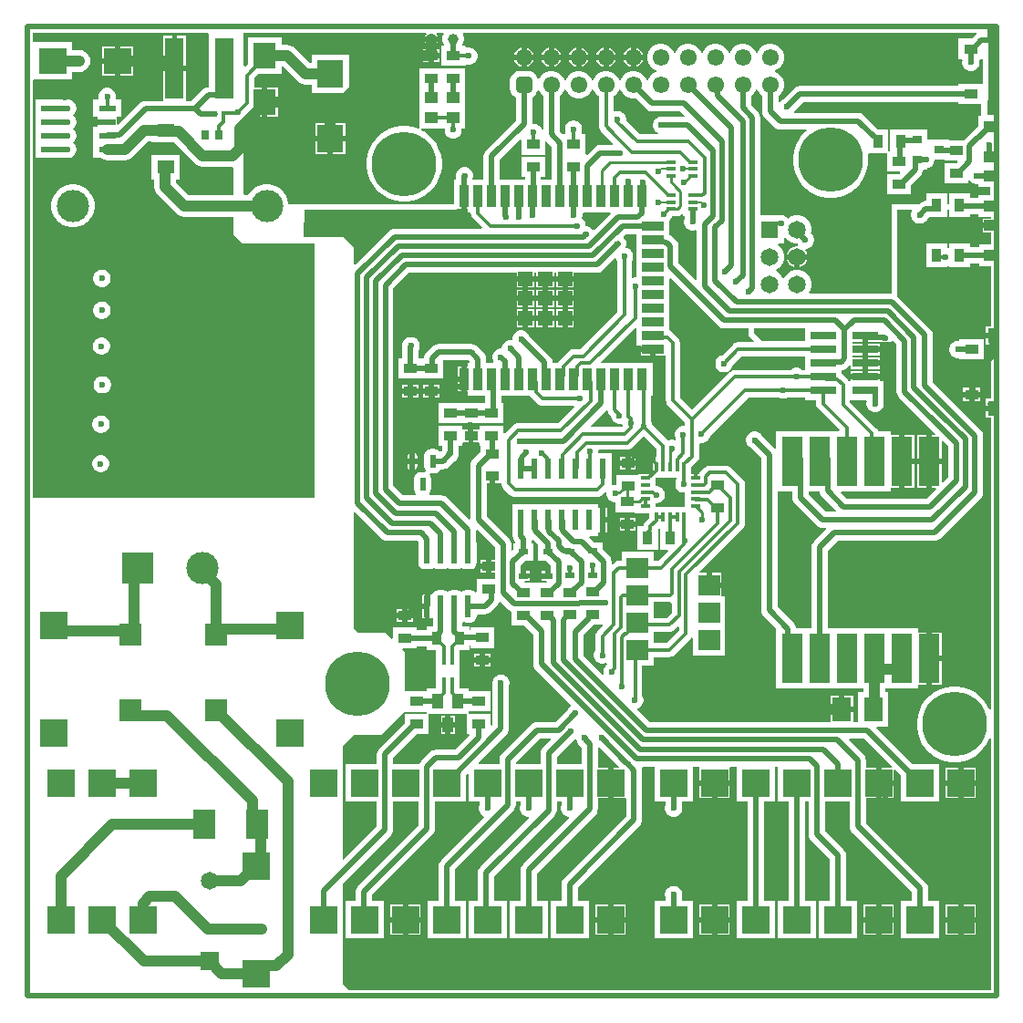
<source format=gtl>
G04*
G04 #@! TF.GenerationSoftware,Altium Limited,Altium Designer,21.0.9 (235)*
G04*
G04 Layer_Physical_Order=1*
G04 Layer_Color=255*
%FSLAX44Y44*%
%MOMM*%
G71*
G04*
G04 #@! TF.SameCoordinates,BD89840E-3130-4C23-AD2D-C5A835882CA8*
G04*
G04*
G04 #@! TF.FilePolarity,Positive*
G04*
G01*
G75*
%ADD11C,0.5000*%
%ADD12C,0.2000*%
%ADD15C,1.0000*%
%ADD20C,0.3000*%
%ADD22C,0.2540*%
%ADD28R,1.2000X0.9000*%
%ADD29R,1.2000X1.0500*%
%ADD30C,1.0000*%
%ADD31R,2.4500X2.5500*%
%ADD32R,0.7000X0.9000*%
%ADD33R,0.4000X0.6000*%
%ADD34R,2.1500X2.4500*%
%ADD35R,1.8000X5.7000*%
%ADD36R,1.6500X1.2500*%
%ADD37R,2.5500X2.4500*%
%ADD38R,1.5500X0.6000*%
%ADD39R,0.8382X0.3556*%
%ADD40R,0.8000X1.4500*%
%ADD41R,1.2700X0.9000*%
%ADD42R,0.9000X1.2000*%
%ADD43R,0.9000X0.8000*%
%ADD44R,1.0000X1.0000*%
%ADD45R,2.4000X0.7600*%
%ADD46R,0.9500X0.3500*%
%ADD47R,0.3500X0.9500*%
%ADD48R,0.5588X1.9812*%
%ADD49R,1.8000X2.2300*%
%ADD50R,0.8300X0.6250*%
G04:AMPARAMS|DCode=51|XSize=1.23mm|YSize=0.59mm|CornerRadius=0.1475mm|HoleSize=0mm|Usage=FLASHONLY|Rotation=270.000|XOffset=0mm|YOffset=0mm|HoleType=Round|Shape=RoundedRectangle|*
%AMROUNDEDRECTD51*
21,1,1.2300,0.2950,0,0,270.0*
21,1,0.9350,0.5900,0,0,270.0*
1,1,0.2950,-0.1475,-0.4675*
1,1,0.2950,-0.1475,0.4675*
1,1,0.2950,0.1475,0.4675*
1,1,0.2950,0.1475,-0.4675*
%
%ADD51ROUNDEDRECTD51*%
G04:AMPARAMS|DCode=52|XSize=1.97mm|YSize=0.59mm|CornerRadius=0.0738mm|HoleSize=0mm|Usage=FLASHONLY|Rotation=270.000|XOffset=0mm|YOffset=0mm|HoleType=Round|Shape=RoundedRectangle|*
%AMROUNDEDRECTD52*
21,1,1.9700,0.4425,0,0,270.0*
21,1,1.8225,0.5900,0,0,270.0*
1,1,0.1475,-0.2213,-0.9113*
1,1,0.1475,-0.2213,0.9113*
1,1,0.1475,0.2213,0.9113*
1,1,0.1475,0.2213,-0.9113*
%
%ADD52ROUNDEDRECTD52*%
%ADD53R,0.4000X0.7500*%
%ADD54R,1.0000X1.4000*%
%ADD55R,2.1500X2.8000*%
%ADD56R,1.3300X1.3300*%
%ADD57R,0.9000X2.0000*%
%ADD58R,2.0000X0.9000*%
%ADD94R,1.6510X1.6510*%
%ADD95C,1.6510*%
%ADD98C,1.6500*%
%ADD99R,1.6500X1.6500*%
%ADD100C,0.3500*%
%ADD101R,3.0000X3.0000*%
%ADD102C,3.0000*%
%ADD103C,6.0000*%
G04:AMPARAMS|DCode=104|XSize=1.55mm|YSize=1.55mm|CornerRadius=0.3875mm|HoleSize=0mm|Usage=FLASHONLY|Rotation=0.000|XOffset=0mm|YOffset=0mm|HoleType=Round|Shape=RoundedRectangle|*
%AMROUNDEDRECTD104*
21,1,1.5500,0.7750,0,0,0.0*
21,1,0.7750,1.5500,0,0,0.0*
1,1,0.7750,0.3875,-0.3875*
1,1,0.7750,-0.3875,-0.3875*
1,1,0.7750,-0.3875,0.3875*
1,1,0.7750,0.3875,0.3875*
%
%ADD104ROUNDEDRECTD104*%
%ADD105C,1.5500*%
%ADD106R,2.0000X1.9812*%
%ADD107R,2.0000X2.0000*%
%ADD108R,2.5000X2.5000*%
%ADD109R,2.5000X2.5000*%
%ADD110R,1.9812X4.5720*%
%ADD111C,0.6000*%
G36*
X881713Y893507D02*
X881704Y893427D01*
X880951Y892849D01*
X880951Y892849D01*
X877102Y889000D01*
X865100D01*
Y870000D01*
X867653D01*
X868628Y868730D01*
X868500Y868253D01*
Y866147D01*
X869045Y864112D01*
X870098Y862288D01*
X871588Y860798D01*
X873412Y859745D01*
X875447Y859200D01*
X877553D01*
X879588Y859745D01*
X881412Y860798D01*
X882902Y862288D01*
X883955Y864112D01*
X884500Y866147D01*
Y868253D01*
X884302Y868992D01*
X885075Y870000D01*
X887735D01*
Y847000D01*
X865100D01*
Y845065D01*
X717600D01*
X715642Y844807D01*
X713818Y844051D01*
X712251Y842849D01*
X712251Y842849D01*
X702144Y832742D01*
X700688Y831902D01*
X699198Y830412D01*
X698835Y829782D01*
X697565Y830122D01*
Y835945D01*
X697829Y836097D01*
X700202Y838471D01*
X701881Y841379D01*
X702750Y844622D01*
Y847979D01*
X701881Y851221D01*
X700202Y854129D01*
X697829Y856503D01*
X694921Y858181D01*
X694235Y858365D01*
Y859635D01*
X694921Y859819D01*
X697829Y861497D01*
X700202Y863871D01*
X701881Y866779D01*
X702750Y870022D01*
Y873379D01*
X701881Y876621D01*
X700202Y879529D01*
X697829Y881902D01*
X694921Y883581D01*
X691679Y884450D01*
X688321D01*
X685079Y883581D01*
X682171Y881902D01*
X679798Y879529D01*
X678119Y876621D01*
X677935Y875935D01*
X676665D01*
X676481Y876621D01*
X674802Y879529D01*
X672429Y881902D01*
X669521Y883581D01*
X666279Y884450D01*
X662921D01*
X659679Y883581D01*
X656771Y881902D01*
X654398Y879529D01*
X652719Y876621D01*
X652535Y875935D01*
X651265D01*
X651081Y876621D01*
X649402Y879529D01*
X647029Y881902D01*
X644121Y883581D01*
X640879Y884450D01*
X637521D01*
X634279Y883581D01*
X631371Y881902D01*
X628997Y879529D01*
X627319Y876621D01*
X627135Y875935D01*
X625865D01*
X625681Y876621D01*
X624002Y879529D01*
X621629Y881902D01*
X618721Y883581D01*
X615479Y884450D01*
X612121D01*
X608879Y883581D01*
X605971Y881902D01*
X603597Y879529D01*
X601919Y876621D01*
X601735Y875935D01*
X600465D01*
X600281Y876621D01*
X598602Y879529D01*
X596229Y881902D01*
X593321Y883581D01*
X590079Y884450D01*
X586721D01*
X583479Y883581D01*
X580571Y881902D01*
X578198Y879529D01*
X576519Y876621D01*
X575650Y873379D01*
Y870022D01*
X576519Y866779D01*
X578198Y863871D01*
X580571Y861497D01*
X583479Y859819D01*
X584165Y859635D01*
Y858365D01*
X583479Y858181D01*
X580571Y856503D01*
X578198Y854129D01*
X576519Y851221D01*
X576335Y850535D01*
X575065D01*
X574881Y851221D01*
X573203Y854129D01*
X570829Y856503D01*
X567921Y858181D01*
X564679Y859050D01*
X561321D01*
X558079Y858181D01*
X555171Y856503D01*
X552798Y854129D01*
X551119Y851221D01*
X550935Y850535D01*
X549665D01*
X549481Y851221D01*
X547803Y854129D01*
X545429Y856503D01*
X542521Y858181D01*
X539279Y859050D01*
X535921D01*
X532679Y858181D01*
X529771Y856503D01*
X527397Y854129D01*
X525719Y851221D01*
X525535Y850535D01*
X524265D01*
X524081Y851221D01*
X522402Y854129D01*
X520029Y856503D01*
X517121Y858181D01*
X513879Y859050D01*
X510521D01*
X507279Y858181D01*
X504371Y856503D01*
X501997Y854129D01*
X500319Y851221D01*
X500135Y850535D01*
X498865D01*
X498681Y851221D01*
X497002Y854129D01*
X494629Y856503D01*
X491721Y858181D01*
X488479Y859050D01*
X485121D01*
X481879Y858181D01*
X478971Y856503D01*
X476598Y854129D01*
X475286Y851857D01*
X473971Y852119D01*
X473922Y852492D01*
X473027Y854651D01*
X471605Y856505D01*
X469751Y857927D01*
X467592Y858821D01*
X465275Y859127D01*
X457525D01*
X455208Y858821D01*
X453049Y857927D01*
X451195Y856505D01*
X449773Y854651D01*
X448879Y852492D01*
X448573Y850175D01*
Y842425D01*
X448879Y840108D01*
X449773Y837949D01*
X451195Y836095D01*
X453049Y834673D01*
X453835Y834347D01*
Y812736D01*
X426201Y785101D01*
X424999Y783535D01*
X424243Y781710D01*
X423985Y779752D01*
Y757700D01*
X414457D01*
X413824Y758970D01*
X414300Y760747D01*
Y762853D01*
X413755Y764888D01*
X412702Y766712D01*
X411212Y768202D01*
X409388Y769255D01*
X407353Y769800D01*
X405247D01*
X403212Y769255D01*
X401388Y768202D01*
X399898Y766712D01*
X398845Y764888D01*
X398300Y762853D01*
Y760747D01*
X398585Y759682D01*
Y757700D01*
X396650D01*
Y734900D01*
X242600Y734900D01*
Y735670D01*
X241831Y739534D01*
X240324Y743174D01*
X238135Y746449D01*
X235349Y749235D01*
X232073Y751424D01*
X228434Y752931D01*
X224570Y753700D01*
X220630D01*
X216766Y752931D01*
X213126Y751424D01*
X209851Y749235D01*
X207065Y746449D01*
X205286Y743786D01*
X202414D01*
X201300Y744900D01*
Y814786D01*
X202202Y815688D01*
X203255Y817512D01*
X203589Y818761D01*
X207277Y822448D01*
X208450Y821962D01*
Y816350D01*
X218200D01*
Y830100D01*
Y843850D01*
X210797D01*
Y852069D01*
X214578Y855850D01*
X236450D01*
Y862777D01*
X237720Y862916D01*
X242868Y857768D01*
X251318Y849318D01*
X253407Y847715D01*
X255840Y846707D01*
X258450Y846364D01*
X264350D01*
Y838700D01*
X298850D01*
Y874200D01*
X264350D01*
Y866536D01*
X262628D01*
X257132Y872032D01*
X248932Y880232D01*
X246843Y881835D01*
X244410Y882843D01*
X241800Y883186D01*
X236450D01*
Y890350D01*
X204950D01*
Y865478D01*
X202473Y863002D01*
X201300Y863488D01*
Y894307D01*
X370215Y894404D01*
X370742Y893134D01*
X370299Y892691D01*
X369443Y891209D01*
X369441Y891200D01*
X375500D01*
X381559D01*
X381557Y891209D01*
X380701Y892691D01*
X380253Y893140D01*
X380779Y894410D01*
X386281Y894413D01*
X386917Y893313D01*
X386482Y892560D01*
X385800Y890017D01*
Y887383D01*
X386482Y884840D01*
X387140Y883700D01*
X386505Y882600D01*
X384800D01*
Y863600D01*
X406800D01*
Y864214D01*
X408070Y865189D01*
X409147Y864900D01*
X411253D01*
X413288Y865445D01*
X415112Y866498D01*
X416602Y867988D01*
X417655Y869812D01*
X418200Y871847D01*
Y873953D01*
X417655Y875988D01*
X416602Y877812D01*
X415112Y879302D01*
X413288Y880355D01*
X411253Y880900D01*
X409147D01*
X408070Y880611D01*
X406800Y881586D01*
Y882600D01*
X405095D01*
X404460Y883700D01*
X405118Y884840D01*
X405800Y887383D01*
Y890017D01*
X405118Y892560D01*
X404677Y893324D01*
X405312Y894424D01*
X881272Y894697D01*
X881713Y893507D01*
D02*
G37*
G36*
X525719Y841379D02*
X527397Y838471D01*
X529771Y836097D01*
X530792Y835508D01*
Y807673D01*
X531024Y805911D01*
X531704Y804269D01*
X532786Y802859D01*
X540504Y795141D01*
X540909Y794613D01*
X544092Y791430D01*
X543606Y790256D01*
X532257D01*
X532257Y790256D01*
X530299Y789998D01*
X528475Y789243D01*
X526908Y788041D01*
X526908Y788040D01*
X520001Y781133D01*
X518800Y781729D01*
Y800300D01*
X515564D01*
X514831Y801570D01*
X514855Y801612D01*
X515400Y803647D01*
Y805753D01*
X514855Y807788D01*
X513802Y809612D01*
X512312Y811102D01*
X510488Y812155D01*
X508453Y812700D01*
X506347D01*
X504312Y812155D01*
X502488Y811102D01*
X500998Y809612D01*
X499945Y807788D01*
X499400Y805753D01*
Y803647D01*
X499945Y801612D01*
X499969Y801570D01*
X499236Y800300D01*
X497152D01*
X494365Y803088D01*
Y835945D01*
X494629Y836097D01*
X497002Y838471D01*
X498681Y841379D01*
X498865Y842065D01*
X500135D01*
X500319Y841379D01*
X501997Y838471D01*
X504371Y836097D01*
X507279Y834419D01*
X510521Y833550D01*
X513879D01*
X517121Y834419D01*
X520029Y836097D01*
X522402Y838471D01*
X524081Y841379D01*
X524265Y842065D01*
X525535D01*
X525719Y841379D01*
D02*
G37*
G36*
X169000Y893798D02*
Y843961D01*
X168497D01*
X166539Y843704D01*
X164714Y842948D01*
X163148Y841746D01*
X163148Y841746D01*
X152667Y831265D01*
X148590D01*
X147500Y831700D01*
X147500Y832535D01*
Y859200D01*
X126500D01*
Y832535D01*
X126500Y831700D01*
X125410Y831265D01*
X110100D01*
X110100Y831265D01*
X108142Y831007D01*
X106318Y830251D01*
X104751Y829049D01*
X84823Y809121D01*
X83650Y809607D01*
X83650Y816050D01*
X84837Y816250D01*
X87150D01*
Y832250D01*
X83153D01*
X82178Y833520D01*
X82400Y834347D01*
Y836453D01*
X81855Y838488D01*
X80802Y840312D01*
X79312Y841802D01*
X77488Y842855D01*
X75453Y843400D01*
X73347D01*
X71312Y842855D01*
X69488Y841802D01*
X67998Y840312D01*
X66945Y838488D01*
X66400Y836453D01*
Y834347D01*
X66622Y833520D01*
X65647Y832250D01*
X61650D01*
Y816250D01*
X63963D01*
X65150Y816050D01*
X65150Y814980D01*
Y814050D01*
X74400D01*
Y809050D01*
X65150D01*
Y807050D01*
X63963Y806850D01*
X61650D01*
Y790850D01*
Y778150D01*
X68399D01*
X69357Y777415D01*
X71789Y776407D01*
X74400Y776064D01*
X90650D01*
X93260Y776407D01*
X95693Y777415D01*
X97782Y779018D01*
X112728Y793964D01*
X115450D01*
Y792800D01*
X129295D01*
X129950Y792714D01*
X136322D01*
X156068Y772968D01*
X158157Y771365D01*
X160590Y770357D01*
X163200Y770014D01*
X190542D01*
X191045Y770080D01*
X192000Y769243D01*
Y743786D01*
X150278D01*
X138286Y755778D01*
Y758300D01*
X141950D01*
Y780800D01*
X115450D01*
Y758300D01*
X118114D01*
Y751600D01*
X118457Y748989D01*
X119465Y746557D01*
X121068Y744468D01*
X138968Y726568D01*
X141057Y724965D01*
X143490Y723957D01*
X146100Y723614D01*
X192000D01*
Y707000D01*
X200200Y698800D01*
X267300D01*
Y462900D01*
X5400D01*
Y850049D01*
X6050Y851050D01*
X6670Y851050D01*
X41550D01*
Y858014D01*
X48600D01*
X51210Y858357D01*
X53643Y859365D01*
X55732Y860968D01*
X57335Y863057D01*
X58343Y865490D01*
X58686Y868100D01*
X58343Y870711D01*
X57335Y873143D01*
X55732Y875232D01*
X53643Y876835D01*
X51210Y877843D01*
X48600Y878186D01*
X41550D01*
Y885550D01*
X6670D01*
X6050Y885550D01*
X5400Y886551D01*
Y894600D01*
X168102Y894695D01*
X169000Y893798D01*
D02*
G37*
G36*
X551119Y841379D02*
X552798Y838471D01*
X555171Y836097D01*
X558079Y834419D01*
X561321Y833550D01*
X564679D01*
X564973Y833629D01*
X574751Y823851D01*
X574751Y823851D01*
X576318Y822649D01*
X578142Y821893D01*
X580100Y821635D01*
X580100Y821635D01*
X606867D01*
X611064Y817438D01*
X610578Y816265D01*
X591778D01*
X590153Y816700D01*
X588047D01*
X586012Y816155D01*
X584188Y815102D01*
X582698Y813612D01*
X581645Y811788D01*
X581100Y809753D01*
Y807647D01*
X581645Y805612D01*
X582698Y803788D01*
X584188Y802298D01*
X586012Y801245D01*
X585722Y800008D01*
X569320D01*
X556359Y812969D01*
Y814847D01*
X555814Y816882D01*
X554761Y818706D01*
X553271Y820195D01*
X551447Y821249D01*
X549412Y821794D01*
X547306D01*
X545678Y821358D01*
X544408Y822065D01*
Y835508D01*
X545429Y836097D01*
X547803Y838471D01*
X549481Y841379D01*
X549665Y842065D01*
X550935D01*
X551119Y841379D01*
D02*
G37*
G36*
X476598Y838471D02*
X478971Y836097D01*
X479235Y835945D01*
Y804843D01*
X477965Y804676D01*
X477855Y805088D01*
X476802Y806912D01*
X475312Y808402D01*
X473488Y809455D01*
X471453Y810000D01*
X469347D01*
X468965Y810293D01*
Y834347D01*
X469751Y834673D01*
X471605Y836095D01*
X473027Y837949D01*
X473922Y840108D01*
X473971Y840481D01*
X475286Y840743D01*
X476598Y838471D01*
D02*
G37*
G36*
X865100Y828000D02*
X886300D01*
Y817500D01*
X883600D01*
Y808198D01*
X878840Y803438D01*
X877551Y802449D01*
X877551Y802449D01*
X869651Y794549D01*
X869613Y794500D01*
X856200D01*
Y794900D01*
X837200D01*
X836200Y795552D01*
Y804400D01*
X820500D01*
Y805000D01*
X801500D01*
Y784400D01*
X799500D01*
Y805000D01*
X789698D01*
X778614Y816084D01*
X778614Y816085D01*
X777149Y817549D01*
X777149Y817549D01*
X776387Y818134D01*
X775582Y818751D01*
X773758Y819507D01*
X771800Y819765D01*
X749989D01*
X749889Y819752D01*
X746200Y819993D01*
X742511Y819752D01*
X742411Y819765D01*
X712856D01*
X712260Y821035D01*
X712842Y822044D01*
X720733Y829935D01*
X865100D01*
Y828000D01*
D02*
G37*
G36*
X458900Y794745D02*
Y781300D01*
X480900D01*
Y793360D01*
X482170Y793886D01*
X487485Y788571D01*
Y757700D01*
X477340D01*
Y760300D01*
X480900D01*
Y779300D01*
X458900D01*
Y760300D01*
X462210D01*
Y757700D01*
X439115D01*
Y776619D01*
X457727Y795231D01*
X458900Y794745D01*
D02*
G37*
G36*
X678119Y841379D02*
X679798Y838471D01*
X682171Y836097D01*
X682435Y835945D01*
Y821400D01*
X682693Y819442D01*
X683449Y817618D01*
X684651Y816051D01*
X684651Y816051D01*
X692386Y808315D01*
X692387Y808315D01*
X693851Y806851D01*
X693851Y806851D01*
X695418Y805649D01*
X697242Y804893D01*
X699200Y804635D01*
X723462D01*
X723855Y803428D01*
X723399Y803096D01*
X719503Y799201D01*
X716265Y794744D01*
X713764Y789835D01*
X712062Y784596D01*
X711200Y779155D01*
Y773645D01*
X712062Y768204D01*
X713764Y762965D01*
X716265Y758056D01*
X719503Y753599D01*
X723399Y749704D01*
X727856Y746465D01*
X732765Y743964D01*
X738004Y742262D01*
X743446Y741400D01*
X748955D01*
X754396Y742262D01*
X759635Y743964D01*
X764544Y746465D01*
X769001Y749704D01*
X772896Y753599D01*
X776135Y758056D01*
X778636Y762965D01*
X780338Y768204D01*
X781200Y773645D01*
Y779155D01*
X780744Y782034D01*
X781569Y783000D01*
X798800D01*
Y765400D01*
X810357D01*
X810831Y764291D01*
X810096Y763400D01*
X798800D01*
Y744400D01*
X820800D01*
Y752702D01*
X830049Y761951D01*
X830049Y761951D01*
X831251Y763518D01*
X832007Y765342D01*
X832265Y767300D01*
X833506Y767400D01*
X836200D01*
Y768620D01*
X837788Y769045D01*
X839612Y770098D01*
X841102Y771588D01*
X842155Y773412D01*
X842700Y775447D01*
Y776900D01*
X851900D01*
Y775500D01*
X863457D01*
X863931Y774391D01*
X863196Y773500D01*
X851900D01*
Y754500D01*
X873900D01*
Y757116D01*
X875170Y757457D01*
X875498Y756888D01*
X876988Y755398D01*
X878812Y754345D01*
X880847Y753800D01*
X882953D01*
X883700Y753227D01*
Y751500D01*
X894700D01*
Y743500D01*
X883700D01*
Y741365D01*
X875300D01*
Y745100D01*
X856300D01*
Y734900D01*
X854300D01*
Y745100D01*
X835300D01*
Y738165D01*
X834646D01*
X832688Y737907D01*
X830864Y737151D01*
X829297Y735949D01*
X828248Y734900D01*
X803200D01*
Y652579D01*
X802841Y652265D01*
X726823D01*
X726090Y653535D01*
X727447Y655886D01*
X728350Y659256D01*
Y662744D01*
X727447Y666114D01*
X725703Y669136D01*
X723236Y671603D01*
X720214Y673347D01*
X716844Y674250D01*
X713356D01*
X709986Y673347D01*
X706964Y671603D01*
X704497Y669136D01*
X703133Y666773D01*
X701667D01*
X700303Y669136D01*
X697836Y671603D01*
X695473Y672967D01*
Y674433D01*
X697836Y675797D01*
X700303Y678264D01*
X702047Y681286D01*
X702950Y684656D01*
Y688144D01*
X702047Y691514D01*
X700303Y694536D01*
X697836Y697003D01*
X697280Y697323D01*
X697609Y698550D01*
X702950D01*
Y703891D01*
X704177Y704220D01*
X704497Y703664D01*
X706964Y701197D01*
X709986Y699453D01*
X713356Y698550D01*
X715412D01*
X716064Y697420D01*
X715790Y696628D01*
X715440Y696150D01*
X713816D01*
X711337Y695486D01*
X709113Y694202D01*
X707298Y692387D01*
X706014Y690163D01*
X705676Y688900D01*
X715100D01*
X724524D01*
X724185Y690163D01*
X722902Y692387D01*
X722458Y692830D01*
X722985Y694100D01*
X723653D01*
X725688Y694645D01*
X727512Y695698D01*
X729002Y697188D01*
X730055Y699012D01*
X730600Y701047D01*
Y703153D01*
X730055Y705188D01*
X729002Y707012D01*
X727844Y708169D01*
X728350Y710056D01*
Y713544D01*
X727447Y716914D01*
X725703Y719936D01*
X723236Y722403D01*
X720214Y724147D01*
X716844Y725050D01*
X713356D01*
X709986Y724147D01*
X706964Y722403D01*
X706576Y722014D01*
X705138Y723452D01*
X703314Y724505D01*
X702950Y724602D01*
Y725050D01*
X680665D01*
Y816021D01*
X680665Y816021D01*
X680536Y817000D01*
X680407Y817979D01*
X679651Y819803D01*
X678449Y821370D01*
X672165Y827654D01*
Y835945D01*
X672429Y836097D01*
X674802Y838471D01*
X676481Y841379D01*
X676665Y842065D01*
X677935D01*
X678119Y841379D01*
D02*
G37*
G36*
X408650Y731200D02*
X409350D01*
Y727700D01*
X412042D01*
Y726950D01*
X412274Y725188D01*
X412954Y723546D01*
X414036Y722136D01*
X422434Y713738D01*
X421948Y712565D01*
X341400D01*
X341400Y712565D01*
X339442Y712307D01*
X337618Y711551D01*
X336051Y710349D01*
X336051Y710349D01*
X304873Y679172D01*
X303700Y679658D01*
Y695000D01*
X294300Y704400D01*
X258025Y704400D01*
X257132Y705303D01*
X257377Y729802D01*
X396650Y729802D01*
X398601Y730190D01*
X399163Y730565D01*
X400150Y731200D01*
Y731200D01*
X400150Y731200D01*
X403650D01*
Y742700D01*
X408650D01*
Y731200D01*
D02*
G37*
G36*
X541729Y726527D02*
X526748Y711546D01*
X525489Y711712D01*
X525402Y711862D01*
X523912Y713352D01*
X522088Y714405D01*
X520053Y714950D01*
X518800D01*
Y716253D01*
X518255Y718288D01*
X517202Y720112D01*
X515712Y721602D01*
X515195Y721900D01*
X515267Y722025D01*
X515812Y724059D01*
Y726166D01*
X515742Y726430D01*
X516716Y727700D01*
X541243D01*
X541729Y726527D01*
D02*
G37*
G36*
X821760Y728702D02*
X821521Y728288D01*
X820975Y726253D01*
Y724147D01*
X821521Y722112D01*
X822574Y720288D01*
X824063Y718798D01*
X825888Y717745D01*
X827922Y717200D01*
X830029D01*
X832063Y717745D01*
X833887Y718798D01*
X835377Y720288D01*
X835848Y721104D01*
X837779Y723035D01*
X842800D01*
X843292Y723100D01*
X854300D01*
Y729802D01*
X856300D01*
Y723100D01*
X875300D01*
Y726235D01*
X883700D01*
Y723500D01*
X894900D01*
Y722000D01*
X887300D01*
Y718000D01*
X893800D01*
Y713000D01*
X887300D01*
Y709000D01*
X894900D01*
Y697500D01*
X883800D01*
Y695365D01*
X875300D01*
Y699100D01*
X856300D01*
Y695605D01*
X855183Y694849D01*
X854300Y695285D01*
Y699100D01*
X835300D01*
Y677100D01*
X854300D01*
Y677698D01*
X855183Y678134D01*
X856300Y677378D01*
Y677100D01*
X875300D01*
Y680235D01*
X883800D01*
Y677500D01*
X894900D01*
Y622100D01*
X890500D01*
Y615850D01*
X896000D01*
Y610850D01*
X890500D01*
Y604600D01*
X894900D01*
Y554600D01*
X890500D01*
Y548350D01*
X896000D01*
Y543350D01*
X890500D01*
Y537100D01*
X894900D01*
Y265904D01*
X893646Y265705D01*
X893636Y265735D01*
X891135Y270644D01*
X887896Y275101D01*
X884001Y278997D01*
X879544Y282235D01*
X874635Y284736D01*
X869396Y286438D01*
X863955Y287300D01*
X858446D01*
X853004Y286438D01*
X847765Y284736D01*
X842856Y282235D01*
X838399Y278997D01*
X834503Y275101D01*
X831265Y270644D01*
X828764Y265735D01*
X827062Y260496D01*
X826200Y255055D01*
Y249545D01*
X827062Y244104D01*
X828764Y238865D01*
X831265Y233956D01*
X834503Y229499D01*
X838399Y225604D01*
X842856Y222365D01*
X847765Y219864D01*
X853004Y218162D01*
X858446Y217300D01*
X863955D01*
X869396Y218162D01*
X874635Y219864D01*
X879544Y222365D01*
X884001Y225604D01*
X887896Y229499D01*
X891135Y233956D01*
X893636Y238865D01*
X893646Y238895D01*
X894900Y238696D01*
X894900Y5100D01*
X298700D01*
X292900Y10900D01*
Y104202D01*
X337849Y149151D01*
X337849Y149151D01*
X339051Y150718D01*
X339807Y152542D01*
X340065Y154500D01*
X340065Y154500D01*
Y180300D01*
X363435D01*
Y158233D01*
X307551Y102349D01*
X306349Y100782D01*
X305593Y98958D01*
X305335Y97000D01*
Y88300D01*
X295900D01*
Y53300D01*
X330900D01*
Y88300D01*
X320465D01*
Y93867D01*
X376349Y149751D01*
X376349Y149751D01*
X377551Y151318D01*
X378307Y153142D01*
X378565Y155100D01*
X378565Y155100D01*
Y180300D01*
X407100D01*
Y204602D01*
X409027Y206529D01*
X410200Y206043D01*
Y180300D01*
X420135D01*
Y177178D01*
X419700Y175553D01*
Y173447D01*
X420245Y171412D01*
X421298Y169588D01*
X422788Y168098D01*
X424003Y167397D01*
X424304Y165902D01*
X384251Y125849D01*
X383049Y124282D01*
X382293Y122458D01*
X382035Y120500D01*
Y88300D01*
X372100D01*
Y53300D01*
X407100D01*
Y88300D01*
X397165D01*
Y117367D01*
X451549Y171751D01*
X452751Y173318D01*
X453507Y175142D01*
X453765Y177100D01*
Y180300D01*
X458235D01*
Y177178D01*
X457800Y175553D01*
Y173447D01*
X458345Y171412D01*
X459398Y169588D01*
X460888Y168098D01*
X462712Y167045D01*
X464747Y166500D01*
X465806D01*
X466332Y165230D01*
X420851Y119749D01*
X419649Y118182D01*
X418893Y116358D01*
X418635Y114400D01*
Y88300D01*
X410200D01*
Y53300D01*
X445200D01*
Y88300D01*
X433765D01*
Y111267D01*
X489649Y167151D01*
X489649Y167151D01*
X490851Y168718D01*
X491607Y170542D01*
X491865Y172500D01*
X491865Y172500D01*
Y180300D01*
X496335D01*
Y177178D01*
X495900Y175553D01*
Y173447D01*
X496445Y171412D01*
X497498Y169588D01*
X498988Y168098D01*
X500812Y167045D01*
X502847Y166500D01*
X503043D01*
X503529Y165327D01*
X460451Y122249D01*
X459249Y120682D01*
X458493Y118858D01*
X458235Y116900D01*
Y88300D01*
X448300D01*
Y53300D01*
X483300D01*
Y88300D01*
X473365D01*
Y113766D01*
X527849Y168251D01*
X527849Y168251D01*
X529051Y169818D01*
X529807Y171642D01*
X530065Y173600D01*
X530065Y173600D01*
Y183800D01*
X539500D01*
Y197800D01*
Y211800D01*
X530065D01*
Y230688D01*
X531238Y231174D01*
X549438Y212973D01*
X548952Y211800D01*
X544500D01*
Y197800D01*
Y183800D01*
X556000D01*
X556135Y182586D01*
Y166733D01*
X498551Y109149D01*
X497349Y107582D01*
X496593Y105758D01*
X496335Y103800D01*
Y88300D01*
X486400D01*
Y53300D01*
X521400D01*
Y88300D01*
X511465D01*
Y100667D01*
X569049Y158251D01*
X569049Y158251D01*
X570251Y159818D01*
X571007Y161642D01*
X571265Y163600D01*
Y209585D01*
X571265Y209585D01*
X571136Y210564D01*
X571007Y211543D01*
X570998Y211565D01*
X571846Y212835D01*
X583000D01*
Y180300D01*
X592935D01*
Y177178D01*
X592500Y175553D01*
Y173447D01*
X593045Y171412D01*
X594098Y169588D01*
X595588Y168098D01*
X597412Y167045D01*
X599447Y166500D01*
X601553D01*
X603588Y167045D01*
X605412Y168098D01*
X606902Y169588D01*
X607955Y171412D01*
X608500Y173447D01*
Y175553D01*
X608065Y177178D01*
Y180300D01*
X618000D01*
Y212835D01*
X624033D01*
X624600Y211800D01*
X624600Y211565D01*
Y200300D01*
X638600D01*
X652600D01*
Y211565D01*
X652600Y211800D01*
X653167Y212835D01*
X659200D01*
Y180300D01*
X669135D01*
Y88300D01*
X659200D01*
Y53300D01*
X694200D01*
Y88300D01*
X684265D01*
Y180300D01*
X694200D01*
Y212835D01*
X697300D01*
Y180300D01*
X707235D01*
Y88300D01*
X697300D01*
Y53300D01*
X732300D01*
Y88300D01*
X722365D01*
Y180300D01*
X725735D01*
Y150000D01*
X725993Y148042D01*
X726749Y146218D01*
X727951Y144651D01*
X745335Y127267D01*
Y88300D01*
X735400D01*
Y53300D01*
X770400D01*
Y88300D01*
X760465D01*
Y130400D01*
X760465Y130400D01*
X760207Y132358D01*
X759451Y134182D01*
X758249Y135749D01*
X758249Y135749D01*
X740865Y153133D01*
Y180300D01*
X763835D01*
Y157500D01*
X764093Y155542D01*
X764849Y153718D01*
X766051Y152151D01*
X821535Y96667D01*
Y88300D01*
X811600D01*
Y53300D01*
X846600D01*
Y88300D01*
X836665D01*
Y99800D01*
X836665Y99800D01*
X836536Y100779D01*
X836407Y101758D01*
X835651Y103582D01*
X834449Y105149D01*
X778965Y160634D01*
Y183800D01*
X788500D01*
Y197800D01*
Y211800D01*
X778965D01*
Y219000D01*
X778965Y219000D01*
X778707Y220958D01*
X777951Y222782D01*
X776749Y224349D01*
X776749Y224349D01*
X763336Y237762D01*
X763822Y238935D01*
X777267D01*
X803229Y212973D01*
X802742Y211800D01*
X793500D01*
Y200300D01*
X805000D01*
Y209543D01*
X806173Y210029D01*
X811600Y204602D01*
Y180300D01*
X846600D01*
Y215300D01*
X822298D01*
X788622Y248977D01*
X789108Y250150D01*
X799900D01*
Y282450D01*
X796986D01*
Y285440D01*
X827206D01*
Y288940D01*
X835200D01*
Y313300D01*
Y337660D01*
X827206D01*
Y341160D01*
X743665D01*
Y413567D01*
X752633Y422535D01*
X842600D01*
X844558Y422793D01*
X846382Y423549D01*
X847949Y424751D01*
X885249Y462051D01*
X885249Y462051D01*
X886451Y463618D01*
X887207Y465442D01*
X887465Y467400D01*
Y520400D01*
X887465Y520400D01*
X887207Y522358D01*
X886451Y524182D01*
X885249Y525749D01*
X857509Y553489D01*
X857509Y553489D01*
X841065Y569933D01*
Y614042D01*
X840807Y615999D01*
X840051Y617824D01*
X838849Y619391D01*
X808191Y650049D01*
X807782Y650362D01*
X807816Y650488D01*
X807910Y650628D01*
X808072Y651443D01*
X808287Y652246D01*
X808265Y652413D01*
X808298Y652579D01*
Y729802D01*
X821125D01*
X821760Y728702D01*
D02*
G37*
G36*
X547059Y684506D02*
X547245Y683812D01*
X548144Y682255D01*
Y635066D01*
X513834Y600756D01*
X507679D01*
X505982Y600533D01*
X504401Y599878D01*
X503043Y598836D01*
X493614Y589407D01*
X492572Y588049D01*
X492428Y587700D01*
X488779D01*
X487915Y588550D01*
X487657Y590508D01*
X486901Y592332D01*
X485699Y593899D01*
X485699Y593899D01*
X466043Y613556D01*
X465202Y615012D01*
X463712Y616502D01*
X461888Y617555D01*
X459853Y618100D01*
X457747D01*
X455712Y617555D01*
X453888Y616502D01*
X452398Y615012D01*
X451345Y613188D01*
X450800Y611153D01*
Y610147D01*
X449802Y609100D01*
X447695D01*
X445661Y608555D01*
X443836Y607502D01*
X442347Y606012D01*
X441294Y604188D01*
X440748Y602153D01*
Y601336D01*
X439000D01*
X436966Y600791D01*
X435141Y599737D01*
X433652Y598248D01*
X432599Y596424D01*
X432053Y594389D01*
Y592283D01*
X432599Y590248D01*
X433336Y588970D01*
X432668Y587700D01*
X426415D01*
Y591650D01*
X426415Y591650D01*
X426157Y593608D01*
X425401Y595432D01*
X424199Y596999D01*
X424199Y596999D01*
X418149Y603049D01*
X416582Y604251D01*
X414758Y605007D01*
X412800Y605265D01*
X381829D01*
X379871Y605007D01*
X378047Y604251D01*
X376480Y603049D01*
X370651Y597220D01*
X369449Y595653D01*
X368693Y593829D01*
X368505Y592400D01*
X363465D01*
Y599963D01*
X363955Y600812D01*
X364500Y602847D01*
Y604953D01*
X363955Y606988D01*
X362902Y608812D01*
X361412Y610302D01*
X359588Y611355D01*
X357553Y611900D01*
X355447D01*
X353412Y611355D01*
X351588Y610302D01*
X350098Y608812D01*
X349045Y606988D01*
X348500Y604953D01*
Y604280D01*
X348335Y603029D01*
Y592400D01*
X344900D01*
Y573400D01*
X386400D01*
Y590135D01*
X409667D01*
X410832Y588970D01*
X410306Y587700D01*
X409350D01*
Y584200D01*
X408650D01*
Y572700D01*
Y561200D01*
X409350D01*
Y557700D01*
X425535D01*
Y550600D01*
X381800D01*
Y531600D01*
X442600D01*
Y550600D01*
X440665D01*
Y557700D01*
X466911D01*
X466972Y557551D01*
X468014Y556193D01*
X474076Y550131D01*
X475434Y549090D01*
X477015Y548435D01*
X478712Y548211D01*
X507387D01*
X507913Y546941D01*
X492830Y531858D01*
X455983D01*
X454221Y531626D01*
X453259Y531228D01*
X452579Y530946D01*
X451169Y529864D01*
X443773Y522469D01*
X442600Y522955D01*
Y529600D01*
X420600D01*
Y526993D01*
X419700Y526100D01*
X419330Y526100D01*
X414700D01*
Y520100D01*
Y514100D01*
X419330D01*
X419700Y514100D01*
X420600Y513207D01*
Y510600D01*
X420700D01*
Y504698D01*
X413851Y497849D01*
X412649Y496282D01*
X411893Y494458D01*
X411635Y492500D01*
Y442959D01*
X410413Y442385D01*
X390168Y462630D01*
X388601Y463832D01*
X386777Y464588D01*
X384819Y464846D01*
X373811D01*
X373602Y465533D01*
X373483Y466116D01*
X374874Y468199D01*
X375377Y470725D01*
Y480075D01*
X374874Y482601D01*
X373706Y484350D01*
X374417Y485504D01*
X375325Y485323D01*
X378275D01*
X380801Y485826D01*
X382943Y487257D01*
X384132Y489035D01*
X386232D01*
X388190Y489293D01*
X390014Y490049D01*
X391581Y491251D01*
X395981Y495650D01*
X397437Y496491D01*
X398927Y497981D01*
X399980Y499805D01*
X400525Y501840D01*
Y503946D01*
X400365Y504545D01*
Y510600D01*
X403800D01*
Y513207D01*
X404700Y514100D01*
X405070Y514100D01*
X409700D01*
Y520100D01*
Y526100D01*
X405070D01*
X404700Y526100D01*
X403800Y526993D01*
Y529600D01*
X381800D01*
Y510600D01*
X385235D01*
Y506389D01*
X384367Y505572D01*
X383100Y505708D01*
X382943Y505943D01*
X380801Y507374D01*
X378275Y507877D01*
X375325D01*
X372799Y507374D01*
X370657Y505943D01*
X369226Y503801D01*
X368723Y501275D01*
Y491925D01*
X369226Y489399D01*
X370394Y487650D01*
X369683Y486496D01*
X368775Y486677D01*
X365825D01*
X363299Y486174D01*
X361157Y484743D01*
X359726Y482601D01*
X359223Y480075D01*
Y470725D01*
X359726Y468199D01*
X361117Y466116D01*
X360998Y465533D01*
X360789Y464846D01*
X348873D01*
X340165Y473554D01*
Y657004D01*
X354796Y671635D01*
X454650D01*
Y668550D01*
X462800D01*
X470950D01*
Y671635D01*
X473000D01*
Y668550D01*
X481150D01*
X489300D01*
Y671635D01*
X491350D01*
Y668550D01*
X499500D01*
X507650D01*
Y671635D01*
X529500D01*
X531458Y671893D01*
X533282Y672649D01*
X534849Y673851D01*
X545833Y684835D01*
X547059Y684506D01*
D02*
G37*
G36*
X566250Y692650D02*
Y679950D01*
Y668295D01*
X565803Y667100D01*
X563697D01*
X562526Y666786D01*
X561256Y667722D01*
Y682255D01*
X562155Y683812D01*
X562700Y685847D01*
Y687953D01*
X562155Y689988D01*
X561102Y691812D01*
X559612Y693302D01*
X557788Y694355D01*
X555965Y694843D01*
X556485Y696783D01*
Y698223D01*
X556492Y698279D01*
Y698627D01*
X556492Y698627D01*
X556485Y698683D01*
Y698889D01*
X556432Y699088D01*
X556234Y700585D01*
X555479Y702410D01*
X554277Y703977D01*
X554089Y704120D01*
X554006Y705387D01*
X555904Y707285D01*
X566250D01*
Y692650D01*
D02*
G37*
G36*
X608617Y725926D02*
X609323Y725633D01*
Y723822D01*
X610792D01*
Y721969D01*
X610745Y721888D01*
X610200Y719853D01*
Y717747D01*
X610745Y715712D01*
X611798Y713888D01*
X613288Y712398D01*
X615112Y711345D01*
X617147Y710800D01*
X619253D01*
X620665Y711178D01*
X621935Y710363D01*
Y665122D01*
X620762Y664636D01*
X604815Y680583D01*
Y696435D01*
X604815Y696435D01*
X604557Y698393D01*
X603801Y700218D01*
X602599Y701784D01*
X599084Y705299D01*
X597518Y706501D01*
X596250Y707026D01*
Y719966D01*
X597472Y721187D01*
X598525Y723011D01*
X598742Y723822D01*
X606877D01*
Y725265D01*
X608053Y726051D01*
X608617Y725926D01*
D02*
G37*
G36*
X722600Y609000D02*
X722600D01*
Y607900D01*
X682500D01*
X674900Y615500D01*
Y620135D01*
X722600D01*
Y609000D01*
D02*
G37*
G36*
X807535Y605267D02*
Y561158D01*
X807793Y559201D01*
X808549Y557376D01*
X809751Y555809D01*
X840509Y525051D01*
X840509Y525051D01*
X843527Y522033D01*
X843041Y520860D01*
X840200D01*
Y499000D01*
X849106D01*
Y514795D01*
X850279Y515281D01*
X855041Y510519D01*
Y481894D01*
X850279Y477132D01*
X849106Y477618D01*
Y494000D01*
X840200D01*
Y472140D01*
X843628D01*
X844114Y470967D01*
X834912Y461765D01*
X761433D01*
X755732Y467467D01*
X756217Y468640D01*
X801806D01*
Y472140D01*
X809800D01*
Y496500D01*
Y520860D01*
X801806D01*
Y524360D01*
X790530D01*
X789918Y525838D01*
X788876Y527196D01*
X764256Y551816D01*
Y553300D01*
X778957D01*
X779835Y552030D01*
X779600Y551153D01*
Y549047D01*
X780145Y547012D01*
X781198Y545188D01*
X782688Y543698D01*
X784512Y542645D01*
X786547Y542100D01*
X788653D01*
X790688Y542645D01*
X792512Y543698D01*
X794002Y545188D01*
X795055Y547012D01*
X795600Y549047D01*
Y551153D01*
X795365Y552030D01*
X795600Y553300D01*
X795600D01*
Y570900D01*
X792100D01*
Y572300D01*
X778600D01*
X765100D01*
Y570900D01*
X763073D01*
X762336Y571861D01*
X756810Y577386D01*
X756600Y577547D01*
Y581279D01*
X758229Y581493D01*
X760053Y582249D01*
X761620Y583451D01*
X763830Y585661D01*
X765100Y585135D01*
Y582200D01*
X776100D01*
Y587500D01*
Y592800D01*
X766765D01*
Y594900D01*
X776100D01*
Y600200D01*
Y605500D01*
X766765D01*
Y607600D01*
X792100D01*
Y607700D01*
X803000D01*
X803200Y607900D01*
Y607943D01*
X804373Y608429D01*
X807535Y605267D01*
D02*
G37*
G36*
X641651Y622351D02*
X643218Y621149D01*
X645042Y620393D01*
X647000Y620135D01*
X647000Y620135D01*
X669802D01*
Y615500D01*
X670190Y613549D01*
X671295Y611895D01*
X673000Y610190D01*
Y610100D01*
X674822Y608278D01*
X674296Y607008D01*
X660146D01*
X658384Y606776D01*
X656742Y606096D01*
X655332Y605014D01*
X645309Y594991D01*
X644060Y594656D01*
X642235Y593603D01*
X640746Y592113D01*
X639693Y590289D01*
X639147Y588254D01*
Y586148D01*
X639693Y584113D01*
X640746Y582289D01*
X642235Y580800D01*
X644060Y579746D01*
X646094Y579201D01*
X648201D01*
X650235Y579746D01*
X652060Y580800D01*
X653549Y582289D01*
X654602Y584113D01*
X654937Y585362D01*
X662966Y593392D01*
X722600D01*
Y581356D01*
X719687D01*
X719401Y581642D01*
X717577Y582696D01*
X715542Y583241D01*
X713435D01*
X711401Y582696D01*
X709576Y581642D01*
X709290Y581356D01*
X657300D01*
X655603Y581133D01*
X654022Y580478D01*
X652664Y579436D01*
X617600Y544372D01*
X606256Y555716D01*
Y606500D01*
X606033Y608197D01*
X605378Y609778D01*
X604336Y611136D01*
X599086Y616386D01*
X597728Y617428D01*
X596250Y618040D01*
Y629150D01*
Y641850D01*
Y654550D01*
Y665956D01*
X597520Y666482D01*
X641651Y622351D01*
D02*
G37*
G36*
X722600Y553300D02*
X732792D01*
Y550000D01*
X733024Y548238D01*
X733704Y546596D01*
X734786Y545186D01*
X754342Y525630D01*
X753847Y524360D01*
X695794D01*
Y508347D01*
X694624Y507911D01*
X694524Y507908D01*
X682899Y519532D01*
X682059Y520989D01*
X680569Y522478D01*
X678745Y523531D01*
X676710Y524077D01*
X674604D01*
X672569Y523531D01*
X670745Y522478D01*
X669256Y520989D01*
X668202Y519165D01*
X667657Y517130D01*
Y515023D01*
X668202Y512989D01*
X669256Y511165D01*
X670745Y509675D01*
X672202Y508834D01*
X681635Y499400D01*
Y358293D01*
X681893Y356335D01*
X682649Y354511D01*
X683851Y352944D01*
X695794Y341001D01*
Y285440D01*
X776814D01*
Y282450D01*
X771900D01*
Y254065D01*
X767200D01*
Y263800D01*
X756700D01*
X746200D01*
Y254065D01*
X578533D01*
X566581Y266017D01*
X566910Y267244D01*
X567288Y267345D01*
X569112Y268398D01*
X570602Y269888D01*
X571655Y271712D01*
X572200Y273747D01*
Y275853D01*
X571655Y277888D01*
X571330Y278450D01*
Y306494D01*
X582100D01*
Y314661D01*
X596517D01*
X598214Y314884D01*
X599795Y315539D01*
X601153Y316581D01*
X616536Y331964D01*
X617030Y332608D01*
X618300Y332177D01*
Y315794D01*
X648300D01*
Y341194D01*
Y371006D01*
X644800D01*
Y379000D01*
X633300D01*
Y381500D01*
X630800D01*
Y392906D01*
X624689D01*
X624203Y394079D01*
X664536Y434412D01*
X665578Y435770D01*
X666233Y437351D01*
X666456Y439048D01*
Y475100D01*
X666233Y476797D01*
X665578Y478378D01*
X664536Y479736D01*
X653736Y490536D01*
X652378Y491578D01*
X650797Y492233D01*
X649100Y492456D01*
X633600D01*
X631903Y492233D01*
X630322Y491578D01*
X628964Y490536D01*
X625277Y486849D01*
X624235Y485491D01*
X623703Y484205D01*
X616950D01*
Y491078D01*
X622236Y496364D01*
X623278Y497722D01*
X623933Y499303D01*
X624156Y501000D01*
Y512649D01*
X625164Y513422D01*
X625247Y513400D01*
X627353D01*
X629388Y513945D01*
X631212Y514998D01*
X632702Y516488D01*
X633755Y518312D01*
X634090Y519561D01*
X669820Y555292D01*
X698585D01*
X699012Y555045D01*
X701047Y554500D01*
X703153D01*
X705188Y555045D01*
X705615Y555292D01*
X722600D01*
Y553300D01*
D02*
G37*
G36*
X539122Y543728D02*
X539267Y542625D01*
X539922Y541044D01*
X540964Y539686D01*
X542064Y538586D01*
Y537993D01*
X542609Y535958D01*
X543662Y534134D01*
X545152Y532644D01*
X546976Y531591D01*
X549011Y531046D01*
X551117D01*
X551842Y531240D01*
X552555Y530808D01*
X552737Y529365D01*
X551880Y528508D01*
X523766D01*
X523280Y529682D01*
X537796Y544198D01*
X539122Y543728D01*
D02*
G37*
G36*
X566250Y620269D02*
Y616450D01*
Y603750D01*
X569750D01*
Y603050D01*
X581250D01*
Y600550D01*
X583750D01*
Y594550D01*
X592750D01*
X593144Y593443D01*
Y553000D01*
X593367Y551303D01*
X594022Y549722D01*
X595064Y548364D01*
X611044Y532384D01*
Y529730D01*
X610353Y529200D01*
X608247D01*
X606212Y528655D01*
X604388Y527602D01*
X602898Y526112D01*
X601845Y524288D01*
X601300Y522253D01*
Y520147D01*
X601845Y518112D01*
X602388Y517173D01*
X602332Y517047D01*
X601508Y516157D01*
X599853Y516600D01*
X597747D01*
X595712Y516055D01*
X595145Y515727D01*
X580520Y530352D01*
X580055Y532088D01*
X579156Y533645D01*
Y557700D01*
X580750D01*
Y587700D01*
X533681D01*
X533195Y588873D01*
X565077Y620755D01*
X566250Y620269D01*
D02*
G37*
G36*
X584144Y508184D02*
Y500950D01*
X583950D01*
Y497450D01*
X580950D01*
Y485170D01*
X580539Y484631D01*
X579989Y484205D01*
X567713D01*
Y483300D01*
X546900D01*
Y474600D01*
X545247D01*
X543885Y474235D01*
X542702Y475077D01*
X542658Y475165D01*
Y504150D01*
X530795D01*
X530414Y504647D01*
Y506753D01*
X530714Y507144D01*
X541140D01*
X541900Y507044D01*
X557200D01*
X558897Y507267D01*
X560478Y507922D01*
X561836Y508964D01*
X572600Y519728D01*
X584144Y508184D01*
D02*
G37*
G36*
X602975Y481439D02*
X603393Y480180D01*
X602458Y478561D01*
X601913Y476526D01*
Y474420D01*
X602458Y472385D01*
X603511Y470561D01*
X605001Y469072D01*
X606825Y468018D01*
X608860Y467473D01*
X610913D01*
Y461205D01*
Y454250D01*
X583713D01*
Y457494D01*
X585312D01*
X587347Y458039D01*
X589171Y459092D01*
X590661Y460582D01*
X591714Y462406D01*
X592259Y464441D01*
Y466547D01*
X591714Y468582D01*
X590661Y470406D01*
X589171Y471896D01*
X587347Y472949D01*
X585312Y473494D01*
X584732D01*
X584551Y473633D01*
X583713Y473980D01*
Y480278D01*
X583909Y481246D01*
X584882Y481450D01*
X602970D01*
X602975Y481439D01*
D02*
G37*
G36*
X736199Y467036D02*
X736955Y465212D01*
X738157Y463645D01*
X750964Y450838D01*
X750478Y449665D01*
X741733D01*
X725671Y465727D01*
Y468640D01*
X735988D01*
X736199Y467036D01*
D02*
G37*
G36*
X434200Y476500D02*
X439200D01*
Y476500D01*
X440392Y476311D01*
Y476200D01*
X440624Y474438D01*
X441304Y472796D01*
X442386Y471386D01*
X448486Y465286D01*
X449896Y464204D01*
X451538Y463524D01*
X453300Y463292D01*
X529300D01*
X531062Y463524D01*
X532704Y464204D01*
X534114Y465286D01*
X537170Y468341D01*
X538308Y467684D01*
X538300Y467653D01*
Y465547D01*
X538845Y463512D01*
X539898Y461688D01*
X541388Y460198D01*
X543212Y459145D01*
X545247Y458600D01*
X546700D01*
Y449300D01*
X564213D01*
Y448205D01*
X577450D01*
Y444022D01*
X574164Y440736D01*
X573122Y439378D01*
X572467Y437797D01*
X572323Y436700D01*
X566900D01*
Y414700D01*
X585900D01*
Y433719D01*
X586630Y434401D01*
X587900Y434046D01*
Y414700D01*
X594769D01*
X595255Y413527D01*
X585884Y404156D01*
X582100D01*
Y412506D01*
X552100D01*
Y404256D01*
X550000D01*
X548303Y404033D01*
X546722Y403378D01*
X545364Y402336D01*
X543951Y400923D01*
X542778Y401409D01*
Y403554D01*
X542778Y403554D01*
X542520Y405512D01*
X541765Y407337D01*
X540563Y408904D01*
X540562Y408904D01*
X534213Y415252D01*
Y421250D01*
X526612D01*
X522038Y425824D01*
X522564Y427094D01*
X529958D01*
Y429577D01*
X530570Y430594D01*
X531227Y430594D01*
X532364D01*
Y442000D01*
X534864D01*
D01*
X532364D01*
Y453406D01*
X531227D01*
X530570Y453406D01*
X529958Y454422D01*
Y456906D01*
X450869D01*
Y427094D01*
X451099D01*
Y426880D01*
X451357Y424922D01*
X452112Y423098D01*
X453131Y421770D01*
X452891Y420960D01*
X452550Y420500D01*
X451900D01*
Y414948D01*
X450738Y413786D01*
X449565Y414272D01*
Y419700D01*
X449565Y419700D01*
X449436Y420679D01*
X449307Y421658D01*
X448551Y423482D01*
X447349Y425049D01*
X426765Y445633D01*
Y476500D01*
X429200D01*
Y482500D01*
X434200D01*
Y476500D01*
D02*
G37*
G36*
X474200Y418920D02*
Y404225D01*
X481802D01*
X486085Y399941D01*
Y394725D01*
X485850D01*
Y390100D01*
X483350D01*
Y387600D01*
X477700D01*
Y385475D01*
X482166D01*
X482845Y384205D01*
X482675Y383950D01*
X473379D01*
X472150Y384050D01*
X472150D01*
X472150Y384050D01*
X461832D01*
X461711Y384230D01*
X462390Y385500D01*
X466700D01*
Y387625D01*
X461050D01*
Y390125D01*
X458550D01*
Y394750D01*
X458465D01*
Y400117D01*
X462598Y404250D01*
X470200D01*
Y420500D01*
X468615D01*
Y422709D01*
X469885Y423235D01*
X474200Y418920D01*
D02*
G37*
G36*
X329251Y424851D02*
X329251Y424851D01*
X330818Y423649D01*
X332642Y422893D01*
X334600Y422635D01*
X334600Y422635D01*
X362567D01*
X363645Y421557D01*
X363438Y420513D01*
Y402287D01*
X363883Y400049D01*
X365151Y398151D01*
X367049Y396883D01*
X369287Y396438D01*
X373713D01*
X375951Y396883D01*
X377849Y398151D01*
X377851D01*
X379749Y396883D01*
X381987Y396438D01*
X386413D01*
X388651Y396883D01*
X390549Y398151D01*
X390551D01*
X392449Y396883D01*
X394688Y396438D01*
X399113D01*
X401351Y396883D01*
X403249Y398151D01*
X403251D01*
X405149Y396883D01*
X407388Y396438D01*
X411813D01*
X414051Y396883D01*
X415949Y398151D01*
X417217Y400049D01*
X417662Y402287D01*
Y420513D01*
X417217Y422751D01*
X416715Y423503D01*
Y432491D01*
X417937Y433065D01*
X434435Y416567D01*
Y404900D01*
X430900D01*
Y398900D01*
Y392900D01*
X434435D01*
Y387400D01*
X417400D01*
Y375263D01*
X416130Y374878D01*
X415949Y375149D01*
X414051Y376417D01*
X411813Y376862D01*
X407388D01*
X405149Y376417D01*
X403251Y375149D01*
X403249D01*
X401351Y376417D01*
X399113Y376862D01*
X394688D01*
X392449Y376417D01*
X390551Y375149D01*
X390549D01*
X388651Y376417D01*
X386413Y376862D01*
X381987D01*
X379749Y376417D01*
X377851Y375149D01*
X376583Y373251D01*
X376549Y373081D01*
X375913Y372844D01*
X375183Y372721D01*
X374585Y373120D01*
X374000Y373237D01*
Y361900D01*
Y350563D01*
X374585Y350680D01*
X375183Y351079D01*
X375913Y350956D01*
X376549Y350719D01*
X376583Y350549D01*
X376635Y350471D01*
Y343500D01*
X370700D01*
Y339665D01*
X361600D01*
Y342000D01*
X339600D01*
Y332159D01*
X338427Y331673D01*
X333000Y337100D01*
X307700D01*
X303700Y341100D01*
Y448742D01*
X304873Y449229D01*
X329251Y424851D01*
D02*
G37*
G36*
X445951Y359651D02*
X447518Y358449D01*
X447793Y358335D01*
X448882Y357499D01*
X450150Y356974D01*
Y344050D01*
X461764D01*
X470135Y335679D01*
Y308138D01*
X470393Y306180D01*
X471149Y304355D01*
X472351Y302789D01*
X504669Y270470D01*
X504524Y269366D01*
X503035Y267876D01*
X502194Y266420D01*
X490339Y254565D01*
X473700D01*
X471742Y254307D01*
X469918Y253551D01*
X468351Y252349D01*
X456810Y240809D01*
X455951Y240149D01*
X440851Y225049D01*
X439649Y223482D01*
X438893Y221658D01*
X438635Y219700D01*
Y215300D01*
X419457D01*
X418971Y216473D01*
X445349Y242851D01*
X446551Y244418D01*
X447307Y246242D01*
X447565Y248200D01*
X447565Y248200D01*
Y287822D01*
X448000Y289447D01*
Y291553D01*
X447455Y293588D01*
X446402Y295412D01*
X444912Y296902D01*
X443088Y297955D01*
X441053Y298500D01*
X438947D01*
X436912Y297955D01*
X435088Y296902D01*
X433598Y295412D01*
X432545Y293588D01*
X432000Y291553D01*
Y289447D01*
X432435Y287822D01*
Y251469D01*
X431693Y250870D01*
X430500Y251393D01*
Y262100D01*
X410300D01*
Y264100D01*
X430500D01*
Y272349D01*
X430665Y273600D01*
X430500Y274851D01*
Y283100D01*
X410300D01*
Y285800D01*
X401800D01*
Y301500D01*
X401800D01*
Y302500D01*
X401800D01*
Y320000D01*
X401608D01*
Y321500D01*
X410700D01*
Y325035D01*
X412000D01*
Y323100D01*
X434000D01*
Y342100D01*
X412000D01*
Y340165D01*
X410700D01*
Y343500D01*
X404465D01*
Y346429D01*
X405735Y347266D01*
X407388Y346938D01*
X411813D01*
X414051Y347383D01*
X415949Y348651D01*
X417217Y350549D01*
X417662Y352788D01*
Y353255D01*
X418670Y354028D01*
X419147Y353900D01*
X421253D01*
X423288Y354445D01*
X423429Y354527D01*
X425391D01*
X427349Y354784D01*
X429174Y355540D01*
X430740Y356742D01*
X436339Y362341D01*
X437541Y363908D01*
X438232Y365574D01*
X439457Y366126D01*
X439471Y366131D01*
X445951Y359651D01*
D02*
G37*
G36*
X598844Y364587D02*
Y356249D01*
X593651Y351056D01*
X582100D01*
Y357294D01*
Y365644D01*
X597143D01*
X597574Y365701D01*
X598844Y364587D01*
D02*
G37*
G36*
X710541Y462594D02*
X710799Y460636D01*
X711555Y458812D01*
X712757Y457245D01*
X733251Y436751D01*
X734818Y435549D01*
X736642Y434793D01*
X738600Y434535D01*
X741578D01*
X742064Y433362D01*
X730751Y422049D01*
X729549Y420482D01*
X728793Y418658D01*
X728535Y416700D01*
Y341160D01*
X714270D01*
X714069Y342689D01*
X713314Y344513D01*
X712111Y346080D01*
X712111Y346080D01*
X696765Y361427D01*
Y468640D01*
X710541D01*
Y462594D01*
D02*
G37*
G36*
X605344Y342546D02*
Y339316D01*
X593802Y327773D01*
X582100D01*
Y337944D01*
X596367D01*
X598064Y338167D01*
X599645Y338822D01*
X601003Y339864D01*
X604171Y343032D01*
X605344Y342546D01*
D02*
G37*
G36*
X534668Y343602D02*
X529464Y338398D01*
X528422Y337040D01*
X527767Y335459D01*
X527544Y333762D01*
Y321045D01*
X526645Y319488D01*
X526100Y317453D01*
Y315347D01*
X526645Y313312D01*
X527698Y311488D01*
X529188Y309998D01*
X531012Y308945D01*
X533047Y308400D01*
X535153D01*
X537188Y308945D01*
X538439Y308223D01*
Y307446D01*
X538188Y307302D01*
X536698Y305812D01*
X535645Y303988D01*
X535100Y301953D01*
Y299847D01*
X535302Y299092D01*
X534164Y298435D01*
X516865Y315733D01*
Y335278D01*
X526362Y344775D01*
X534182D01*
X534668Y343602D01*
D02*
G37*
G36*
X370700Y321500D02*
X379992D01*
Y320000D01*
X379800D01*
Y302500D01*
X379800D01*
Y301500D01*
X379800D01*
Y285800D01*
X371300D01*
Y283000D01*
X350900D01*
X350700Y284187D01*
Y319400D01*
X348273Y321827D01*
X348759Y323000D01*
X361600D01*
Y324535D01*
X370700D01*
Y321500D01*
D02*
G37*
G36*
X408500Y243100D02*
X410385D01*
X410911Y241830D01*
X397746Y228665D01*
X379415D01*
X379415Y228665D01*
X377457Y228407D01*
X375632Y227651D01*
X374066Y226449D01*
X374066Y226449D01*
X365651Y218034D01*
X364449Y216468D01*
X363965Y215300D01*
X340065D01*
Y221467D01*
X361598Y243000D01*
X372900D01*
Y261800D01*
X408500D01*
Y243100D01*
D02*
G37*
G36*
X510160Y238054D02*
X510519Y236712D01*
X510850Y236139D01*
X510858Y236077D01*
X511614Y234252D01*
X512816Y232686D01*
X514935Y230567D01*
Y215300D01*
X491865D01*
Y221966D01*
X508406Y238507D01*
X508726Y238693D01*
X508850Y238698D01*
X510160Y238054D01*
D02*
G37*
G36*
X486764Y238262D02*
X478951Y230449D01*
X477749Y228882D01*
X476993Y227058D01*
X476735Y225100D01*
Y215300D01*
X453773D01*
X453768Y216570D01*
X465989Y228791D01*
X466849Y229451D01*
X476833Y239435D01*
X486278D01*
X486764Y238262D01*
D02*
G37*
G36*
X371300Y262000D02*
X350900D01*
Y253698D01*
X327151Y229949D01*
X325949Y228382D01*
X325193Y226558D01*
X324935Y224600D01*
Y215300D01*
X295900D01*
Y180300D01*
X324935D01*
Y157633D01*
X294073Y126771D01*
X292900Y127257D01*
Y231200D01*
X303700Y242000D01*
X328400D01*
X349856Y263456D01*
X350900Y264000D01*
X371300D01*
Y262000D01*
D02*
G37*
%LPC*%
G36*
X381559Y886200D02*
X378000D01*
Y882641D01*
X378009Y882643D01*
X379491Y883499D01*
X380701Y884709D01*
X381557Y886191D01*
X381559Y886200D01*
D02*
G37*
G36*
X373000D02*
X369441D01*
X369443Y886191D01*
X370299Y884709D01*
X371509Y883499D01*
X372991Y882643D01*
X373000Y882641D01*
Y886200D01*
D02*
G37*
G36*
X382900Y879200D02*
X377900D01*
Y875700D01*
X382900D01*
Y879200D01*
D02*
G37*
G36*
X372900D02*
X367900D01*
Y875700D01*
X372900D01*
Y879200D01*
D02*
G37*
G36*
X565500Y880606D02*
Y874200D01*
X571906D01*
X571620Y875270D01*
X570402Y877380D01*
X568680Y879102D01*
X566570Y880320D01*
X565500Y880606D01*
D02*
G37*
G36*
X560500D02*
X559430Y880320D01*
X557320Y879102D01*
X555598Y877380D01*
X554380Y875270D01*
X554094Y874200D01*
X560500D01*
Y880606D01*
D02*
G37*
G36*
X540100D02*
Y874200D01*
X546506D01*
X546220Y875270D01*
X545002Y877380D01*
X543280Y879102D01*
X541170Y880320D01*
X540100Y880606D01*
D02*
G37*
G36*
X535100D02*
X534030Y880320D01*
X531920Y879102D01*
X530198Y877380D01*
X528980Y875270D01*
X528694Y874200D01*
X535100D01*
Y880606D01*
D02*
G37*
G36*
X514700D02*
Y874200D01*
X521106D01*
X520820Y875270D01*
X519602Y877380D01*
X517880Y879102D01*
X515770Y880320D01*
X514700Y880606D01*
D02*
G37*
G36*
X509700D02*
X508630Y880320D01*
X506520Y879102D01*
X504798Y877380D01*
X503580Y875270D01*
X503294Y874200D01*
X509700D01*
Y880606D01*
D02*
G37*
G36*
X489300D02*
Y874200D01*
X495706D01*
X495420Y875270D01*
X494202Y877380D01*
X492480Y879102D01*
X490370Y880320D01*
X489300Y880606D01*
D02*
G37*
G36*
X484300D02*
X483230Y880320D01*
X481120Y879102D01*
X479398Y877380D01*
X478180Y875270D01*
X477894Y874200D01*
X484300D01*
Y880606D01*
D02*
G37*
G36*
X463900D02*
Y874200D01*
X470306D01*
X470020Y875270D01*
X468802Y877380D01*
X467080Y879102D01*
X464970Y880320D01*
X463900Y880606D01*
D02*
G37*
G36*
X458900D02*
X457830Y880320D01*
X455720Y879102D01*
X453998Y877380D01*
X452780Y875270D01*
X452494Y874200D01*
X458900D01*
Y880606D01*
D02*
G37*
G36*
X382900Y870700D02*
X377900D01*
Y867200D01*
X382900D01*
Y870700D01*
D02*
G37*
G36*
X372900D02*
X367900D01*
Y867200D01*
X372900D01*
Y870700D01*
D02*
G37*
G36*
X571906Y869200D02*
X565500D01*
Y862794D01*
X566570Y863080D01*
X568680Y864298D01*
X570402Y866020D01*
X571620Y868130D01*
X571906Y869200D01*
D02*
G37*
G36*
X560500D02*
X554094D01*
X554380Y868130D01*
X555598Y866020D01*
X557320Y864298D01*
X559430Y863080D01*
X560500Y862794D01*
Y869200D01*
D02*
G37*
G36*
X546506D02*
X540100D01*
Y862794D01*
X541170Y863080D01*
X543280Y864298D01*
X545002Y866020D01*
X546220Y868130D01*
X546506Y869200D01*
D02*
G37*
G36*
X535100D02*
X528694D01*
X528980Y868130D01*
X530198Y866020D01*
X531920Y864298D01*
X534030Y863080D01*
X535100Y862794D01*
Y869200D01*
D02*
G37*
G36*
X521106D02*
X514700D01*
Y862794D01*
X515770Y863080D01*
X517880Y864298D01*
X519602Y866020D01*
X520820Y868130D01*
X521106Y869200D01*
D02*
G37*
G36*
X509700D02*
X503294D01*
X503580Y868130D01*
X504798Y866020D01*
X506520Y864298D01*
X508630Y863080D01*
X509700Y862794D01*
Y869200D01*
D02*
G37*
G36*
X495706D02*
X489300D01*
Y862794D01*
X490370Y863080D01*
X492480Y864298D01*
X494202Y866020D01*
X495420Y868130D01*
X495706Y869200D01*
D02*
G37*
G36*
X484300D02*
X477894D01*
X478180Y868130D01*
X479398Y866020D01*
X481120Y864298D01*
X483230Y863080D01*
X484300Y862794D01*
Y869200D01*
D02*
G37*
G36*
X470306D02*
X463900D01*
Y862794D01*
X464970Y863080D01*
X467080Y864298D01*
X468802Y866020D01*
X470020Y868130D01*
X470306Y869200D01*
D02*
G37*
G36*
X458900D02*
X452494D01*
X452780Y868130D01*
X453998Y866020D01*
X455720Y864298D01*
X457830Y863080D01*
X458900Y862794D01*
Y869200D01*
D02*
G37*
G36*
X232950Y843850D02*
X223200D01*
Y832600D01*
X232950D01*
Y843850D01*
D02*
G37*
G36*
Y827600D02*
X223200D01*
Y816350D01*
X232950D01*
Y827600D01*
D02*
G37*
G36*
X386400Y861700D02*
X364400D01*
Y842700D01*
X364500D01*
Y824250D01*
Y805970D01*
X364015Y805500D01*
X363285Y805117D01*
X358296Y806738D01*
X352855Y807600D01*
X347346D01*
X341904Y806738D01*
X336665Y805036D01*
X331756Y802535D01*
X327299Y799296D01*
X323404Y795401D01*
X320165Y790944D01*
X317664Y786035D01*
X315962Y780796D01*
X315100Y775355D01*
Y769846D01*
X315962Y764404D01*
X317664Y759165D01*
X320165Y754256D01*
X323404Y749799D01*
X327299Y745903D01*
X331756Y742665D01*
X336665Y740164D01*
X341904Y738462D01*
X347346Y737600D01*
X352855D01*
X358296Y738462D01*
X363535Y740164D01*
X368444Y742665D01*
X372901Y745903D01*
X376796Y749799D01*
X380035Y754256D01*
X382536Y759165D01*
X384238Y764404D01*
X385100Y769846D01*
Y775355D01*
X384238Y780796D01*
X382536Y786035D01*
X380035Y790944D01*
X376796Y795401D01*
X372901Y799296D01*
X368444Y802535D01*
X365607Y803980D01*
X365912Y805250D01*
X387700D01*
Y803247D01*
X388245Y801212D01*
X389298Y799388D01*
X390788Y797898D01*
X392612Y796845D01*
X394647Y796300D01*
X396753D01*
X398788Y796845D01*
X400612Y797898D01*
X402102Y799388D01*
X403155Y801212D01*
X403700Y803247D01*
Y805250D01*
X406700D01*
Y824250D01*
Y842600D01*
X406800D01*
Y861600D01*
X386400D01*
Y861700D01*
D02*
G37*
G36*
X295350Y810200D02*
X284100D01*
Y798450D01*
X295350D01*
Y810200D01*
D02*
G37*
G36*
X279100D02*
X267850D01*
Y798450D01*
X279100D01*
Y810200D01*
D02*
G37*
G36*
X295350Y793450D02*
X284100D01*
Y781700D01*
X295350D01*
Y793450D01*
D02*
G37*
G36*
X279100D02*
X267850D01*
Y781700D01*
X279100D01*
Y793450D01*
D02*
G37*
G36*
X98550Y882050D02*
X86800D01*
Y870800D01*
X98550D01*
Y882050D01*
D02*
G37*
G36*
X81800D02*
X70050D01*
Y870800D01*
X81800D01*
Y882050D01*
D02*
G37*
G36*
X147500Y891700D02*
X139500D01*
Y864200D01*
X147500D01*
Y891700D01*
D02*
G37*
G36*
X134500D02*
X126500D01*
Y864200D01*
X134500D01*
Y891700D01*
D02*
G37*
G36*
X98550Y865800D02*
X86800D01*
Y854550D01*
X98550D01*
Y865800D01*
D02*
G37*
G36*
X81800D02*
X70050D01*
Y854550D01*
X81800D01*
Y865800D01*
D02*
G37*
G36*
X33150Y832250D02*
X7650D01*
Y816250D01*
Y803550D01*
Y790850D01*
Y778150D01*
X33150D01*
Y778585D01*
X35036D01*
X36847Y778100D01*
X38953D01*
X40988Y778645D01*
X42812Y779698D01*
X44302Y781188D01*
X45355Y783012D01*
X45900Y785047D01*
Y787153D01*
X45355Y789188D01*
X44302Y791012D01*
X42864Y792450D01*
X44302Y793888D01*
X45355Y795712D01*
X45900Y797747D01*
Y799853D01*
X45355Y801888D01*
X44302Y803712D01*
X42864Y805150D01*
X44302Y806588D01*
X45355Y808412D01*
X45900Y810447D01*
Y812553D01*
X45355Y814588D01*
X44302Y816412D01*
X42864Y817850D01*
X44302Y819288D01*
X45355Y821112D01*
X45900Y823147D01*
Y825253D01*
X45355Y827288D01*
X44302Y829112D01*
X42812Y830602D01*
X40988Y831655D01*
X38953Y832200D01*
X36847D01*
X35409Y831815D01*
X33150D01*
Y832250D01*
D02*
G37*
G36*
X44570Y753700D02*
X40630D01*
X36766Y752931D01*
X33126Y751424D01*
X29851Y749235D01*
X27065Y746449D01*
X24876Y743174D01*
X23369Y739534D01*
X22600Y735670D01*
Y731730D01*
X23369Y727866D01*
X24876Y724227D01*
X27065Y720951D01*
X29851Y718165D01*
X33126Y715976D01*
X36766Y714469D01*
X40630Y713700D01*
X44570D01*
X48434Y714469D01*
X52073Y715976D01*
X55349Y718165D01*
X58135Y720951D01*
X60324Y724227D01*
X61831Y727866D01*
X62600Y731730D01*
Y735670D01*
X61831Y739534D01*
X60324Y743174D01*
X58135Y746449D01*
X55349Y749235D01*
X52073Y751424D01*
X48434Y752931D01*
X44570Y753700D01*
D02*
G37*
G36*
X70653Y674400D02*
X68547D01*
X66512Y673855D01*
X64688Y672802D01*
X63198Y671312D01*
X62145Y669488D01*
X61600Y667453D01*
Y665347D01*
X62145Y663312D01*
X63198Y661488D01*
X64688Y659998D01*
X66512Y658945D01*
X68547Y658400D01*
X70653D01*
X72688Y658945D01*
X74512Y659998D01*
X76002Y661488D01*
X77055Y663312D01*
X77600Y665347D01*
Y667453D01*
X77055Y669488D01*
X76002Y671312D01*
X74512Y672802D01*
X72688Y673855D01*
X70653Y674400D01*
D02*
G37*
G36*
X70553Y644800D02*
X68447D01*
X66412Y644255D01*
X64588Y643202D01*
X63098Y641712D01*
X62045Y639888D01*
X61500Y637853D01*
Y635747D01*
X62045Y633712D01*
X63098Y631888D01*
X64588Y630398D01*
X66412Y629345D01*
X68447Y628800D01*
X70553D01*
X72588Y629345D01*
X74412Y630398D01*
X75902Y631888D01*
X76955Y633712D01*
X77500Y635747D01*
Y637853D01*
X76955Y639888D01*
X75902Y641712D01*
X74412Y643202D01*
X72588Y644255D01*
X70553Y644800D01*
D02*
G37*
G36*
X70153Y611500D02*
X68047D01*
X66012Y610955D01*
X64188Y609902D01*
X62698Y608412D01*
X61645Y606588D01*
X61100Y604553D01*
Y602447D01*
X61645Y600412D01*
X62698Y598588D01*
X64188Y597098D01*
X66012Y596045D01*
X68047Y595500D01*
X70153D01*
X72188Y596045D01*
X74012Y597098D01*
X75502Y598588D01*
X76555Y600412D01*
X77100Y602447D01*
Y604553D01*
X76555Y606588D01*
X75502Y608412D01*
X74012Y609902D01*
X72188Y610955D01*
X70153Y611500D01*
D02*
G37*
G36*
X70953Y575500D02*
X68847D01*
X66812Y574955D01*
X64988Y573902D01*
X63498Y572412D01*
X62445Y570588D01*
X61900Y568553D01*
Y566447D01*
X62445Y564412D01*
X63498Y562588D01*
X64988Y561098D01*
X66812Y560045D01*
X68847Y559500D01*
X70953D01*
X72988Y560045D01*
X74812Y561098D01*
X76302Y562588D01*
X77355Y564412D01*
X77900Y566447D01*
Y568553D01*
X77355Y570588D01*
X76302Y572412D01*
X74812Y573902D01*
X72988Y574955D01*
X70953Y575500D01*
D02*
G37*
G36*
X69753Y539000D02*
X67647D01*
X65612Y538455D01*
X63788Y537402D01*
X62298Y535912D01*
X61245Y534088D01*
X60700Y532053D01*
Y529947D01*
X61245Y527912D01*
X62298Y526088D01*
X63788Y524598D01*
X65612Y523545D01*
X67647Y523000D01*
X69753D01*
X71788Y523545D01*
X73612Y524598D01*
X75102Y526088D01*
X76155Y527912D01*
X76700Y529947D01*
Y532053D01*
X76155Y534088D01*
X75102Y535912D01*
X73612Y537402D01*
X71788Y538455D01*
X69753Y539000D01*
D02*
G37*
G36*
X69353Y502200D02*
X67247D01*
X65212Y501655D01*
X63388Y500602D01*
X61898Y499112D01*
X60845Y497288D01*
X60300Y495253D01*
Y493147D01*
X60845Y491112D01*
X61898Y489288D01*
X63388Y487798D01*
X65212Y486745D01*
X67247Y486200D01*
X69353D01*
X71388Y486745D01*
X73212Y487798D01*
X74702Y489288D01*
X75755Y491112D01*
X76300Y493147D01*
Y495253D01*
X75755Y497288D01*
X74702Y499112D01*
X73212Y500602D01*
X71388Y501655D01*
X69353Y502200D01*
D02*
G37*
G36*
X724524Y683900D02*
X717600D01*
Y676976D01*
X718863Y677315D01*
X721087Y678598D01*
X722902Y680413D01*
X724185Y682637D01*
X724524Y683900D01*
D02*
G37*
G36*
X712600D02*
X705676D01*
X706014Y682637D01*
X707298Y680413D01*
X709113Y678598D01*
X711337Y677315D01*
X712600Y676976D01*
Y683900D01*
D02*
G37*
G36*
X888500Y610100D02*
X865800D01*
Y608666D01*
X865453Y608400D01*
X863347D01*
X861312Y607855D01*
X859488Y606802D01*
X857998Y605312D01*
X856945Y603488D01*
X856400Y601453D01*
Y599347D01*
X856945Y597312D01*
X857998Y595488D01*
X859488Y593998D01*
X861312Y592945D01*
X863347Y592400D01*
X865453D01*
X865800Y592134D01*
Y591100D01*
X888500D01*
Y610100D01*
D02*
G37*
G36*
X885000Y564600D02*
X879650D01*
Y561100D01*
X885000D01*
Y564600D01*
D02*
G37*
G36*
X874650D02*
X869300D01*
Y561100D01*
X874650D01*
Y564600D01*
D02*
G37*
G36*
X885000Y556100D02*
X879650D01*
Y552600D01*
X885000D01*
Y556100D01*
D02*
G37*
G36*
X874650D02*
X869300D01*
Y552600D01*
X874650D01*
Y556100D01*
D02*
G37*
G36*
X849106Y337660D02*
X840200D01*
Y315800D01*
X849106D01*
Y337660D01*
D02*
G37*
G36*
Y310800D02*
X840200D01*
Y288940D01*
X849106D01*
Y310800D01*
D02*
G37*
G36*
X881200Y211800D02*
X869700D01*
Y200300D01*
X881200D01*
Y211800D01*
D02*
G37*
G36*
X864700D02*
X853200D01*
Y200300D01*
X864700D01*
Y211800D01*
D02*
G37*
G36*
X881200Y195300D02*
X869700D01*
Y183800D01*
X881200D01*
Y195300D01*
D02*
G37*
G36*
X864700D02*
X853200D01*
Y183800D01*
X864700D01*
Y195300D01*
D02*
G37*
G36*
X805000D02*
X793500D01*
Y183800D01*
X805000D01*
Y195300D01*
D02*
G37*
G36*
X652600D02*
X641100D01*
Y183800D01*
X652600D01*
Y195300D01*
D02*
G37*
G36*
X636100D02*
X624600D01*
Y183800D01*
X636100D01*
Y195300D01*
D02*
G37*
G36*
X881200Y84800D02*
X869700D01*
Y73300D01*
X881200D01*
Y84800D01*
D02*
G37*
G36*
X652600D02*
X641100D01*
Y73300D01*
X652600D01*
Y84800D01*
D02*
G37*
G36*
X805000D02*
X793500D01*
Y73300D01*
X805000D01*
Y84800D01*
D02*
G37*
G36*
X556000D02*
X544500D01*
Y73300D01*
X556000D01*
Y84800D01*
D02*
G37*
G36*
X365500D02*
X354000D01*
Y73300D01*
X365500D01*
Y84800D01*
D02*
G37*
G36*
X539500D02*
X528000D01*
Y73300D01*
X539500D01*
Y84800D01*
D02*
G37*
G36*
X349000D02*
X337500D01*
Y73300D01*
X349000D01*
Y84800D01*
D02*
G37*
G36*
X864700D02*
X853200D01*
Y73300D01*
X864700D01*
Y84800D01*
D02*
G37*
G36*
X636100D02*
X624600D01*
Y73300D01*
X636100D01*
Y84800D01*
D02*
G37*
G36*
X788500D02*
X777000D01*
Y73300D01*
X788500D01*
Y84800D01*
D02*
G37*
G36*
X881200Y68300D02*
X869700D01*
Y56800D01*
X881200D01*
Y68300D01*
D02*
G37*
G36*
X864700D02*
X853200D01*
Y56800D01*
X864700D01*
Y68300D01*
D02*
G37*
G36*
X805000D02*
X793500D01*
Y56800D01*
X805000D01*
Y68300D01*
D02*
G37*
G36*
X788500D02*
X777000D01*
Y56800D01*
X788500D01*
Y68300D01*
D02*
G37*
G36*
X652600D02*
X641100D01*
Y56800D01*
X652600D01*
Y68300D01*
D02*
G37*
G36*
X636100D02*
X624600D01*
Y56800D01*
X636100D01*
Y68300D01*
D02*
G37*
G36*
X556000D02*
X544500D01*
Y56800D01*
X556000D01*
Y68300D01*
D02*
G37*
G36*
X539500D02*
X528000D01*
Y56800D01*
X539500D01*
Y68300D01*
D02*
G37*
G36*
X365500D02*
X354000D01*
Y56800D01*
X365500D01*
Y68300D01*
D02*
G37*
G36*
X349000D02*
X337500D01*
Y56800D01*
X349000D01*
Y68300D01*
D02*
G37*
G36*
X601553Y102100D02*
X599447D01*
X597412Y101555D01*
X595588Y100502D01*
X594098Y99012D01*
X593045Y97188D01*
X592500Y95153D01*
Y93047D01*
X592935Y91422D01*
Y88300D01*
X583000D01*
Y53300D01*
X618000D01*
Y88300D01*
X608065D01*
Y91423D01*
X608500Y93047D01*
Y95153D01*
X607955Y97188D01*
X606902Y99012D01*
X605412Y100502D01*
X603588Y101555D01*
X601553Y102100D01*
D02*
G37*
G36*
X507650Y663550D02*
X502000D01*
Y657900D01*
X507650D01*
Y663550D01*
D02*
G37*
G36*
X497000D02*
X491350D01*
Y657900D01*
X497000D01*
Y663550D01*
D02*
G37*
G36*
X489300D02*
X483650D01*
Y657900D01*
X489300D01*
Y663550D01*
D02*
G37*
G36*
X478650D02*
X473000D01*
Y657900D01*
X478650D01*
Y663550D01*
D02*
G37*
G36*
X470950D02*
X465300D01*
Y657900D01*
X470950D01*
Y663550D01*
D02*
G37*
G36*
X460300D02*
X454650D01*
Y657900D01*
X460300D01*
Y663550D01*
D02*
G37*
G36*
X507650Y655850D02*
X502000D01*
Y650200D01*
X507650D01*
Y655850D01*
D02*
G37*
G36*
X470950D02*
X465300D01*
Y650200D01*
X470950D01*
Y655850D01*
D02*
G37*
G36*
X489300D02*
X483650D01*
Y650200D01*
X489300D01*
Y655850D01*
D02*
G37*
G36*
X478650D02*
X473000D01*
Y650200D01*
X478650D01*
Y655850D01*
D02*
G37*
G36*
X497000D02*
X491350D01*
Y650200D01*
X497000D01*
Y655850D01*
D02*
G37*
G36*
X460300D02*
X454650D01*
Y650200D01*
X460300D01*
Y655850D01*
D02*
G37*
G36*
X507650Y645200D02*
X502000D01*
Y639550D01*
X507650D01*
Y645200D01*
D02*
G37*
G36*
X497000D02*
X491350D01*
Y639550D01*
X497000D01*
Y645200D01*
D02*
G37*
G36*
X489300D02*
X483650D01*
Y639550D01*
X489300D01*
Y645200D01*
D02*
G37*
G36*
X478650D02*
X473000D01*
Y639550D01*
X478650D01*
Y645200D01*
D02*
G37*
G36*
X470950D02*
X465300D01*
Y639550D01*
X470950D01*
Y645200D01*
D02*
G37*
G36*
X460300D02*
X454650D01*
Y639550D01*
X460300D01*
Y645200D01*
D02*
G37*
G36*
X507650Y637500D02*
X502000D01*
Y631850D01*
X507650D01*
Y637500D01*
D02*
G37*
G36*
X470950D02*
X465300D01*
Y631850D01*
X470950D01*
Y637500D01*
D02*
G37*
G36*
X489300D02*
X483650D01*
Y631850D01*
X489300D01*
Y637500D01*
D02*
G37*
G36*
X478650D02*
X473000D01*
Y631850D01*
X478650D01*
Y637500D01*
D02*
G37*
G36*
X497000D02*
X491350D01*
Y631850D01*
X497000D01*
Y637500D01*
D02*
G37*
G36*
X460300D02*
X454650D01*
Y631850D01*
X460300D01*
Y637500D01*
D02*
G37*
G36*
X507650Y626850D02*
X502000D01*
Y621200D01*
X507650D01*
Y626850D01*
D02*
G37*
G36*
X497000D02*
X491350D01*
Y621200D01*
X497000D01*
Y626850D01*
D02*
G37*
G36*
X489300D02*
X483650D01*
Y621200D01*
X489300D01*
Y626850D01*
D02*
G37*
G36*
X478650D02*
X473000D01*
Y621200D01*
X478650D01*
Y626850D01*
D02*
G37*
G36*
X470950D02*
X465300D01*
Y621200D01*
X470950D01*
Y626850D01*
D02*
G37*
G36*
X460300D02*
X454650D01*
Y621200D01*
X460300D01*
Y626850D01*
D02*
G37*
G36*
X403650Y584200D02*
X400150D01*
Y575200D01*
X403650D01*
Y584200D01*
D02*
G37*
G36*
X382900Y567900D02*
X377900D01*
Y564400D01*
X382900D01*
Y567900D01*
D02*
G37*
G36*
X372900D02*
X367900D01*
Y564400D01*
X372900D01*
Y567900D01*
D02*
G37*
G36*
X363400D02*
X358400D01*
Y564400D01*
X363400D01*
Y567900D01*
D02*
G37*
G36*
X353400D02*
X348400D01*
Y564400D01*
X353400D01*
Y567900D01*
D02*
G37*
G36*
X403650Y570200D02*
X400150D01*
Y561200D01*
X403650D01*
Y570200D01*
D02*
G37*
G36*
X382900Y559400D02*
X377900D01*
Y555900D01*
X382900D01*
Y559400D01*
D02*
G37*
G36*
X372900D02*
X367900D01*
Y555900D01*
X372900D01*
Y559400D01*
D02*
G37*
G36*
X363400Y559400D02*
X358400D01*
Y555900D01*
X363400D01*
Y559400D01*
D02*
G37*
G36*
X353400D02*
X348400D01*
Y555900D01*
X353400D01*
Y559400D01*
D02*
G37*
G36*
X360300Y504104D02*
Y499100D01*
X362308D01*
Y501275D01*
X362077Y502436D01*
X361420Y503420D01*
X360436Y504077D01*
X360300Y504104D01*
D02*
G37*
G36*
X355300Y504104D02*
X355164Y504077D01*
X354180Y503420D01*
X353523Y502436D01*
X353292Y501275D01*
Y499100D01*
X355300D01*
Y504104D01*
D02*
G37*
G36*
X362308Y494100D02*
X360300D01*
Y489096D01*
X360436Y489123D01*
X361420Y489780D01*
X362077Y490764D01*
X362308Y491925D01*
Y494100D01*
D02*
G37*
G36*
X355300D02*
X353292D01*
Y491925D01*
X353523Y490764D01*
X354180Y489780D01*
X355164Y489123D01*
X355300Y489096D01*
Y494100D01*
D02*
G37*
G36*
X792100Y605500D02*
X781100D01*
Y602700D01*
X792100D01*
Y605500D01*
D02*
G37*
G36*
Y597700D02*
X781100D01*
Y594900D01*
X792100D01*
Y597700D01*
D02*
G37*
G36*
Y592800D02*
X781100D01*
Y590000D01*
X792100D01*
Y592800D01*
D02*
G37*
G36*
Y585000D02*
X781100D01*
Y582200D01*
X792100D01*
Y585000D01*
D02*
G37*
G36*
X792100Y580100D02*
X781100D01*
Y577300D01*
X792100D01*
Y580100D01*
D02*
G37*
G36*
X776100D02*
X765100D01*
Y577300D01*
X776100D01*
Y580100D01*
D02*
G37*
G36*
X823706Y520860D02*
X814800D01*
Y499000D01*
X823706D01*
Y520860D01*
D02*
G37*
G36*
X835200D02*
X826294D01*
Y499000D01*
X835200D01*
Y520860D01*
D02*
G37*
G36*
Y494000D02*
X826294D01*
Y472140D01*
X835200D01*
Y494000D01*
D02*
G37*
G36*
X823706D02*
X814800D01*
Y472140D01*
X823706D01*
Y494000D01*
D02*
G37*
G36*
X644800Y392906D02*
X635800D01*
Y384000D01*
X644800D01*
Y392906D01*
D02*
G37*
G36*
X767200Y278950D02*
X759200D01*
Y268800D01*
X767200D01*
Y278950D01*
D02*
G37*
G36*
X754200D02*
X746200D01*
Y268800D01*
X754200D01*
Y278950D01*
D02*
G37*
G36*
X578750Y598050D02*
X569750D01*
Y594550D01*
X578750D01*
Y598050D01*
D02*
G37*
G36*
X565400Y500800D02*
X560400D01*
Y497300D01*
X565400D01*
Y500800D01*
D02*
G37*
G36*
X555400D02*
X550400D01*
Y497300D01*
X555400D01*
Y500800D01*
D02*
G37*
G36*
X565400Y492300D02*
X560400D01*
Y488800D01*
X565400D01*
Y492300D01*
D02*
G37*
G36*
X555400D02*
X550400D01*
Y488800D01*
X555400D01*
Y492300D01*
D02*
G37*
G36*
X537364Y453406D02*
Y444500D01*
X539157D01*
Y453406D01*
X537364D01*
D02*
G37*
G36*
X565200Y443800D02*
X560200D01*
Y440300D01*
X565200D01*
Y443800D01*
D02*
G37*
G36*
X555200D02*
X550200D01*
Y440300D01*
X555200D01*
Y443800D01*
D02*
G37*
G36*
X565200Y435300D02*
X560200D01*
Y431800D01*
X565200D01*
Y435300D01*
D02*
G37*
G36*
X555200D02*
X550200D01*
Y431800D01*
X555200D01*
Y435300D01*
D02*
G37*
G36*
X539157Y439500D02*
X537364D01*
Y430594D01*
X539157D01*
Y439500D01*
D02*
G37*
G36*
X466700Y394750D02*
X463550D01*
Y392625D01*
X466700D01*
Y394750D01*
D02*
G37*
G36*
X480850Y394725D02*
X477700D01*
Y392600D01*
X480850D01*
Y394725D01*
D02*
G37*
G36*
X425900Y404900D02*
X420900D01*
Y401400D01*
X425900D01*
Y404900D01*
D02*
G37*
G36*
Y396400D02*
X420900D01*
Y392900D01*
X425900D01*
Y396400D01*
D02*
G37*
G36*
X369000Y373237D02*
X368414Y373120D01*
X367674Y372626D01*
X367180Y371885D01*
X367006Y371012D01*
Y364400D01*
X369000D01*
Y373237D01*
D02*
G37*
G36*
X358100Y359500D02*
X353100D01*
Y356000D01*
X358100D01*
Y359500D01*
D02*
G37*
G36*
X348100D02*
X343100D01*
Y356000D01*
X348100D01*
Y359500D01*
D02*
G37*
G36*
X369000Y359400D02*
X367006D01*
Y352788D01*
X367180Y351914D01*
X367674Y351174D01*
X368414Y350680D01*
X369000Y350563D01*
Y359400D01*
D02*
G37*
G36*
X358100Y351000D02*
X353100D01*
Y347500D01*
X358100D01*
Y351000D01*
D02*
G37*
G36*
X348100D02*
X343100D01*
Y347500D01*
X348100D01*
Y351000D01*
D02*
G37*
G36*
X430500Y317600D02*
X425500D01*
Y314100D01*
X430500D01*
Y317600D01*
D02*
G37*
G36*
X420500D02*
X415500D01*
Y314100D01*
X420500D01*
Y317600D01*
D02*
G37*
G36*
X430500Y309100D02*
X425500D01*
Y305600D01*
X430500D01*
Y309100D01*
D02*
G37*
G36*
X420500D02*
X415500D01*
Y305600D01*
X420500D01*
Y309100D01*
D02*
G37*
G36*
X397300Y260300D02*
X393300D01*
Y254300D01*
X397300D01*
Y260300D01*
D02*
G37*
G36*
X388300D02*
X384300D01*
Y254300D01*
X388300D01*
Y260300D01*
D02*
G37*
G36*
X397300Y249300D02*
X393300D01*
Y243300D01*
X397300D01*
Y249300D01*
D02*
G37*
G36*
X388300D02*
X384300D01*
Y243300D01*
X388300D01*
Y249300D01*
D02*
G37*
%LPD*%
D11*
X749989Y812200D02*
G03*
X742411Y812200I-3789J-35800D01*
G01*
X876400Y867200D02*
X876450Y867250D01*
X876400Y867200D02*
X876500D01*
X895300Y824750D02*
Y889000D01*
X876450Y879500D02*
X878300D01*
X895300Y889000D02*
Y892250D01*
X876450Y867250D02*
Y879500D01*
X893800Y887500D02*
X895300Y889000D01*
X878300Y879500D02*
X886300Y887500D01*
X893800D01*
X168497Y836397D02*
X176500D01*
X155800Y823700D02*
X168497Y836397D01*
X110100Y823700D02*
X156271D01*
X534832Y426532D02*
Y441968D01*
X534800Y426500D02*
X534832Y426532D01*
Y441968D02*
X534864Y442000D01*
X458957Y500057D02*
X463700Y504800D01*
X458957Y489538D02*
Y500057D01*
X458663Y489244D02*
X458957Y489538D01*
X458663Y489244D02*
X471363D01*
X840200Y442100D02*
X871106Y473006D01*
Y517173D01*
X738600Y442100D02*
X840200D01*
X842600Y430100D02*
X879900Y467400D01*
X736100Y416700D02*
X749500Y430100D01*
X842600D01*
X758300Y454200D02*
X838046D01*
X743506Y468994D02*
X758300Y454200D01*
X838046D02*
X862606Y478760D01*
X718106Y462594D02*
X738600Y442100D01*
X879900Y467400D02*
Y520400D01*
X743506Y468994D02*
Y499094D01*
X718106Y462594D02*
Y499094D01*
X710700Y506500D02*
X718106Y499094D01*
X647000Y627700D02*
X750400D01*
X759200Y618900D01*
X618200Y718800D02*
X618357Y718957D01*
Y729878D01*
X629500Y659228D02*
X652528Y636200D01*
X629500Y716770D02*
X636900Y724170D01*
X629500Y659228D02*
Y716770D01*
X597250Y677450D02*
X647000Y627700D01*
X597250Y677450D02*
Y696435D01*
X768000Y627700D02*
X795800D01*
X652528Y636200D02*
X799321D01*
X765500Y625200D02*
X768000Y627700D01*
X799321Y636200D02*
X823600Y611921D01*
X759200Y618900D02*
X765500Y625200D01*
X669800Y653971D02*
X673100Y657271D01*
X765500Y625200D02*
X765500D01*
X669800Y653700D02*
Y653971D01*
X673100Y657271D02*
Y816021D01*
X795800Y627700D02*
X815100Y608400D01*
X802842Y644700D02*
X833500Y614042D01*
X658600Y644700D02*
X802842D01*
X638900Y664400D02*
X658600Y644700D01*
X759200Y591729D02*
Y618900D01*
X756271Y588800D02*
X759200Y591729D01*
X740900Y588800D02*
X756271D01*
X739600Y587500D02*
X740900Y588800D01*
X815100Y561158D02*
Y608400D01*
Y561158D02*
X845858Y530400D01*
X845858D01*
X862606Y513652D01*
X849379Y538900D02*
X849379D01*
X823600Y564679D02*
X849379Y538900D01*
X823600Y564679D02*
Y611921D01*
X849379Y538900D02*
X871106Y517173D01*
X833500Y566800D02*
Y614042D01*
X852160Y548140D02*
X852160D01*
X833500Y566800D02*
X852160Y548140D01*
X852160D02*
X879900Y520400D01*
X862606Y478760D02*
Y513652D01*
X20400Y786150D02*
X37850D01*
X20400Y798850D02*
X37850D01*
X20400Y811550D02*
X37850D01*
Y824250D02*
X37900Y824200D01*
X20400Y824250D02*
X37850D01*
X176500Y836397D02*
X183000Y842897D01*
Y861700D01*
X156685Y823286D02*
X161371Y818600D01*
X85750Y799350D02*
X110100Y823700D01*
X161371Y818600D02*
X174400D01*
X74900Y799350D02*
X85750D01*
X654000Y723831D02*
X654100Y723931D01*
Y745470D01*
X654000Y745570D02*
Y806100D01*
X645500Y742049D02*
X645600Y741949D01*
X654000Y678700D02*
Y723831D01*
X645500Y720300D02*
Y727351D01*
X645600Y727451D02*
Y741949D01*
X645500Y727351D02*
X645600Y727451D01*
X636900Y724170D02*
Y730772D01*
X654000Y745570D02*
X654100Y745470D01*
X636900Y738628D02*
Y785300D01*
X637100Y730972D02*
Y738428D01*
X636900Y738628D02*
X637100Y738428D01*
X645500Y742049D02*
Y793700D01*
X636900Y730772D02*
X637100Y730972D01*
X497900Y311979D02*
Y348912D01*
X488700Y309158D02*
Y349500D01*
X477700Y308138D02*
Y338812D01*
X509300Y312600D02*
Y338411D01*
X484750Y353450D02*
X488700Y349500D01*
X502763Y353775D02*
X504263D01*
X497900Y348912D02*
X502763Y353775D01*
X483250Y353450D02*
X484750D01*
X464962Y351550D02*
X477700Y338812D01*
X521664Y352275D02*
X523663Y354275D01*
X509300Y338411D02*
X521664Y350775D01*
Y352275D01*
X523663Y354275D02*
X525163D01*
X461150Y353550D02*
X463150Y351550D01*
X464962D01*
X497900Y311979D02*
X571979Y237900D01*
X509300Y312600D02*
X575400Y246500D01*
X477700Y308138D02*
X565438Y220400D01*
X488700Y309158D02*
X568958Y228900D01*
X384200Y338000D02*
Y361900D01*
X379800Y333600D02*
X384200Y338000D01*
X726600Y220400D02*
X733300Y213700D01*
X565438Y220400D02*
X726600D01*
X733300Y150000D02*
Y213700D01*
X568958Y228900D02*
X739300D01*
X752500Y237900D02*
X771400Y219000D01*
X780400Y246500D02*
X829100Y197800D01*
X575400Y246500D02*
X780400D01*
X739300Y228900D02*
X752900Y215300D01*
X571979Y237900D02*
X752500D01*
X714800Y70800D02*
Y197800D01*
X676700Y70800D02*
Y197800D01*
X771400Y157500D02*
Y219000D01*
X752900Y197800D02*
Y215300D01*
X345740Y457281D02*
X384819D01*
X409150Y432950D01*
Y411850D02*
Y432950D01*
X379400Y448500D02*
X396900Y431000D01*
Y411400D02*
Y431000D01*
X342500Y448500D02*
X379400D01*
X406150Y742700D02*
Y761650D01*
X406300Y761800D01*
X392800Y503438D02*
Y520100D01*
X392525Y503164D02*
X392800Y503438D01*
X376800Y496600D02*
X386232D01*
X392525Y502893D02*
Y503164D01*
X386232Y496600D02*
X392525Y502893D01*
X357800Y496600D02*
Y515551D01*
X365100Y522851D01*
Y523100D01*
X324100Y466900D02*
Y663659D01*
X344621Y696200D02*
X522100D01*
X348142Y687700D02*
X525621D01*
X332600Y470421D02*
Y660138D01*
X324100Y663659D02*
X348142Y687700D01*
X307100Y457700D02*
Y670700D01*
X341400Y705000D02*
X516779D01*
X315600Y667179D02*
X344621Y696200D01*
X315600Y462300D02*
Y667179D01*
X351662Y679200D02*
X529500D01*
X332600Y660138D02*
X351662Y679200D01*
X307100Y670700D02*
X341400Y705000D01*
X332600Y470421D02*
X345740Y457281D01*
X324100Y466900D02*
X342500Y448500D01*
X374521Y439200D02*
X384200Y429521D01*
X338700Y439200D02*
X374521D01*
X365700Y430200D02*
X371500Y424400D01*
X334600Y430200D02*
X365700D01*
X307100Y457700D02*
X334600Y430200D01*
X371500Y411400D02*
Y424400D01*
X315600Y462300D02*
X338700Y439200D01*
X409150Y411850D02*
X409600Y411400D01*
X384200D02*
Y429521D01*
X352100Y353500D02*
X360500Y361900D01*
X350600Y353500D02*
X352100D01*
X360500Y361900D02*
X371500D01*
X371950Y375379D02*
X376000Y379429D01*
X371500Y361900D02*
X371950Y362350D01*
Y375379D01*
X376000Y379429D02*
Y379700D01*
X532257Y782691D02*
X550675D01*
X550733Y782750D01*
X520450Y770884D02*
X532257Y782691D01*
X503900Y174500D02*
X503900Y174500D01*
X503900Y174500D02*
Y197800D01*
X877050Y600500D02*
X877150Y600600D01*
X864500Y600500D02*
X877050D01*
X864400Y600400D02*
X864500Y600500D01*
X74400Y798850D02*
X74900Y799350D01*
X512200Y871700D02*
X537600D01*
X563000D01*
X461400D02*
X486800D01*
X512200D01*
X715100Y709871D02*
Y711800D01*
Y709871D02*
X722600Y702371D01*
Y702100D02*
Y702371D01*
X664500Y669200D02*
Y675800D01*
X658300Y662900D02*
Y663000D01*
X664500Y669200D01*
Y675800D02*
X664600Y675900D01*
X878509Y576009D02*
X878700Y576200D01*
X896000Y545850D02*
Y548029D01*
X877150Y558600D02*
X878509Y559959D01*
X894500Y549529D02*
X896000Y548029D01*
X878509Y559959D02*
Y576009D01*
X675657Y516077D02*
X689200Y502534D01*
X675657Y516077D02*
X675657D01*
X513249Y364775D02*
X537083D01*
X495453Y363950D02*
X495778Y364275D01*
X512749D02*
X513249Y364775D01*
X495778Y364275D02*
X512749D01*
X474765Y363950D02*
X495453D01*
X474665Y364050D02*
X474765Y363950D01*
X452665Y364050D02*
X474665D01*
X451715Y365000D02*
X452665Y364050D01*
X451300Y365000D02*
X451715D01*
X442000Y374300D02*
X451300Y365000D01*
X442000Y374300D02*
Y419700D01*
X419200Y442500D02*
X442000Y419700D01*
X450900Y383300D02*
Y403250D01*
Y383300D02*
X459650Y374550D01*
X450900Y403250D02*
X460450Y412800D01*
X461650D01*
X389600Y197800D02*
X440000Y248200D01*
Y290500D01*
X419200Y442500D02*
Y492500D01*
X428400Y377900D02*
X430990Y375310D01*
X425391Y362091D02*
X430990Y367690D01*
Y375310D01*
X420391Y362091D02*
X425391D01*
X420200Y361900D02*
X420391Y362091D01*
X409600Y361900D02*
X420200D01*
X581175Y600475D02*
X581250Y600400D01*
X458663Y426880D02*
X461050Y424494D01*
X458663Y442000D02*
X458663Y442000D01*
X461050Y412375D02*
Y424494D01*
X458663Y426880D02*
Y442000D01*
X419200Y492500D02*
X430200Y503500D01*
X431700D01*
X412100Y530100D02*
X412150Y530050D01*
Y520150D02*
X412200Y520100D01*
X412150Y520150D02*
Y530050D01*
X497900Y515000D02*
X533150Y550250D01*
X457600Y515000D02*
X497900D01*
X787600Y550100D02*
Y560800D01*
X786300Y562100D02*
X787600Y560800D01*
X878700Y576200D02*
X896000Y593500D01*
Y613350D01*
X533150Y550250D02*
Y572700D01*
X379415Y221100D02*
X400879D01*
X419500Y239721D01*
Y252600D01*
X351500Y70800D02*
X351600Y70900D01*
Y94400D01*
X563000Y846300D02*
X580100Y829200D01*
X610000D01*
X645500Y793700D01*
X638900Y713700D02*
X645500Y720300D01*
X638900Y664400D02*
Y713700D01*
X648000Y672700D02*
X654000Y678700D01*
X664600Y824521D02*
X673100Y816021D01*
X640783Y836317D02*
X664600Y812500D01*
Y675900D02*
Y812500D01*
X664600Y824521D02*
Y846300D01*
X613800D02*
X654000Y806100D01*
X639200Y846300D02*
X640783Y844717D01*
Y836317D02*
Y844717D01*
X613500Y808700D02*
X636900Y785300D01*
X797124Y610578D02*
X797394D01*
X778600Y612900D02*
X779900Y611600D01*
X796102D01*
X797124Y610578D01*
X736100Y506500D02*
X743506Y499094D01*
X736100Y303300D02*
Y416700D01*
X689200Y358293D02*
Y502534D01*
Y358293D02*
X706762Y340731D01*
Y307238D02*
Y340731D01*
Y307238D02*
X710700Y303300D01*
X431650Y503550D02*
X431700Y503500D01*
X431600Y520100D02*
X431650Y520050D01*
Y503550D02*
Y520050D01*
X558191Y743059D02*
Y756359D01*
X558000Y756550D02*
X558191Y756359D01*
Y743059D02*
X558550Y742700D01*
X589100Y808700D02*
X613500D01*
X591479Y700150D02*
X591679Y699950D01*
X583250Y700150D02*
X591479D01*
X593735Y699950D02*
X597250Y696435D01*
X591679Y699950D02*
X593735D01*
X581250Y702150D02*
X583250Y700150D01*
X571454Y755369D02*
X571645Y755560D01*
X571250Y742700D02*
X571454Y742904D01*
Y755369D01*
X570500Y741950D02*
X571250Y742700D01*
X705600Y825500D02*
X717600Y837500D01*
X876450D01*
X773264Y810735D02*
X786500Y797500D01*
X749989Y812200D02*
X771800D01*
X697736Y813664D02*
X699200Y812200D01*
X697736Y813664D02*
X697736Y813664D01*
X690000Y821400D02*
X697736Y813664D01*
X771800Y812200D02*
X773264Y810735D01*
X699200Y812200D02*
X742411D01*
X690000Y821400D02*
Y846300D01*
X786500Y797500D02*
X788000D01*
X790000Y795500D01*
X566765Y723350D02*
X570500Y727085D01*
X549250Y723350D02*
X566765D01*
X570500Y727085D02*
Y741950D01*
X444250Y572700D02*
Y589139D01*
X480350Y574700D02*
Y588550D01*
X440053Y593336D02*
X444250Y589139D01*
X507837Y725137D02*
Y742787D01*
X458800Y610100D02*
X480350Y588550D01*
X448749Y601100D02*
X456950Y592898D01*
X480350Y574700D02*
X482350Y572700D01*
X444700Y723450D02*
Y723721D01*
X563500Y600400D02*
X563575Y600475D01*
X456950Y572700D02*
Y592898D01*
X481150Y666050D02*
X499500D01*
X469625Y724625D02*
Y742675D01*
X563575Y600475D02*
X581175D01*
X462800Y647700D02*
X481150D01*
X451600Y629350D02*
X462800D01*
X469625Y742675D02*
X469650Y742700D01*
X456700Y723674D02*
X456950Y723924D01*
X481150Y629350D02*
X499500D01*
X451600Y647700D02*
X462800D01*
X520450Y742700D02*
Y770884D01*
X469600Y724600D02*
X469625Y724625D01*
X456950Y723924D02*
Y742700D01*
X444223Y724197D02*
X444700Y723721D01*
X462800Y666050D02*
X481150D01*
X444223Y724197D02*
Y742673D01*
X444250Y742700D01*
X451600Y666050D02*
X462800D01*
Y629350D02*
X481150D01*
Y647700D02*
X499500D01*
Y629350D02*
Y647700D01*
Y666050D01*
X461300Y234800D02*
X461500D01*
X473700Y247000D01*
X493472D01*
X509436Y262964D01*
X484300Y225100D02*
X504950Y245750D01*
X484300Y172500D02*
Y225100D01*
X518165Y238035D02*
Y239609D01*
X522500Y173600D02*
Y233700D01*
X518165Y238035D02*
X522500Y233700D01*
X517974Y239800D02*
X518165Y239609D01*
X465800Y116900D02*
X522500Y173600D01*
X556810Y216300D02*
X556985D01*
X533310Y239800D02*
Y239800D01*
Y239800D02*
X556810Y216300D01*
X563700Y163600D02*
Y209585D01*
X556985Y216300D02*
X563700Y209585D01*
X503900Y103800D02*
X563700Y163600D01*
X465800Y70800D02*
Y116900D01*
X503900Y70800D02*
Y103800D01*
X459650Y374550D02*
X461150D01*
X535214Y383825D02*
Y403554D01*
X526664Y375275D02*
X535214Y383825D01*
X527277Y411491D02*
X535214Y403554D01*
X525163Y375275D02*
X526664D01*
X638600Y174500D02*
Y197800D01*
X426200Y114400D02*
X484300Y172500D01*
X426200Y72300D02*
Y114400D01*
Y72300D02*
X427700Y70800D01*
X312900Y97000D02*
X371000Y155100D01*
X312900Y71300D02*
Y97000D01*
X389600Y70800D02*
Y120500D01*
X446200Y177100D01*
X371000Y155100D02*
Y212685D01*
X446200Y177100D02*
Y219700D01*
X461300Y234800D01*
X465800Y174500D02*
Y197800D01*
X427700Y174500D02*
Y197800D01*
X524439Y413750D02*
X525064Y413125D01*
X526443Y412500D01*
X527277Y411491D02*
Y411666D01*
X526443Y412500D02*
X527277Y411666D01*
X375400Y561900D02*
X376300Y561000D01*
Y551729D02*
Y561000D01*
Y551729D02*
X379600Y548429D01*
Y548300D02*
Y548429D01*
X375457Y561957D02*
X394329D01*
X394386Y562014D02*
X394577Y562205D01*
X394329Y561957D02*
X394386Y562014D01*
X394577Y562205D02*
Y562691D01*
X397815Y565928D01*
X375400Y561900D02*
X375457Y561957D01*
X358300Y273500D02*
X361900D01*
X371000Y212685D02*
X379415Y221100D01*
X312900Y71300D02*
X313400Y70800D01*
X275300D02*
Y97300D01*
X332500Y154500D02*
Y224600D01*
X275300Y97300D02*
X332500Y154500D01*
Y224600D02*
X360400Y252500D01*
X361900D01*
X842800Y730600D02*
X844800Y732600D01*
X834646Y730600D02*
X842800D01*
X828975Y725200D02*
X829246D01*
X834646Y730600D01*
X844800Y732600D02*
Y734100D01*
X518729Y706950D02*
X519000D01*
X516779Y705000D02*
X518729Y706950D01*
X548485Y697836D02*
X548927Y698279D01*
X529500Y679200D02*
X548927Y698627D01*
Y698279D02*
Y698627D01*
X752900Y70800D02*
Y130400D01*
X733300Y150000D02*
X752900Y130400D01*
X829100Y70800D02*
Y99800D01*
X771400Y157500D02*
X829100Y99800D01*
X796764Y180264D02*
Y192036D01*
X791000Y197800D02*
X796764Y192036D01*
X552771Y714850D02*
X581250D01*
X522100Y696200D02*
X549250Y723350D01*
X525621Y687700D02*
X552771Y714850D01*
X376000Y583500D02*
Y591871D01*
X375400Y582900D02*
X375400D01*
X376000Y583500D01*
Y591871D02*
X381829Y597700D01*
X412800D01*
X355900Y582900D02*
Y603029D01*
Y582900D02*
X375400D01*
X355900Y603029D02*
X356500Y603629D01*
Y603900D01*
X419500Y273600D02*
X423100D01*
X778600Y562100D02*
X786300D01*
X486800Y799954D02*
Y846300D01*
Y799954D02*
X495050Y791704D01*
Y742700D02*
Y791704D01*
X461400Y809602D02*
Y846300D01*
X431550Y779752D02*
X461400Y809602D01*
X431550Y742700D02*
Y779752D01*
X497057Y431743D02*
Y441706D01*
X507075Y421725D02*
X515438D01*
X497057Y431743D02*
X507075Y421725D01*
X471657Y432160D02*
Y441706D01*
X471363Y442000D02*
X471657Y441706D01*
X484063Y442000D02*
X484357Y441706D01*
X471657Y432160D02*
X483350Y420468D01*
X484357Y431481D02*
X493500Y422338D01*
Y417539D02*
Y422338D01*
X484357Y431481D02*
Y441706D01*
X483350Y412350D02*
Y420468D01*
X493500Y417539D02*
X497814Y413225D01*
X503638D01*
X504263Y412600D01*
X515438Y421725D02*
X523414Y413750D01*
X524439D01*
X496763Y442000D02*
X497057Y441706D01*
X355900Y561900D02*
X375400D01*
X397815Y565928D02*
X404150D01*
X406150Y567928D01*
Y572700D01*
X23800Y868300D02*
X24000Y868100D01*
X542000Y70800D02*
Y94100D01*
Y174500D02*
Y197800D01*
X638600Y70800D02*
Y94100D01*
X791000Y70800D02*
Y94100D01*
X867200Y70800D02*
Y94100D01*
Y174500D02*
Y197800D01*
X778600Y574800D02*
X778600Y574800D01*
X778600Y574800D02*
Y587500D01*
Y600200D01*
Y612900D01*
X877150Y548629D02*
Y558600D01*
Y548629D02*
X880079Y545700D01*
X895850D01*
X896000Y545850D01*
X883152Y715500D02*
X893800D01*
X882644Y714992D02*
X883152Y715500D01*
X809800Y753900D02*
X811300D01*
X809800D02*
X810100Y754200D01*
X811300Y753900D02*
X824700Y767300D01*
Y774900D01*
X826200Y776400D01*
X826700D02*
X834600D01*
X826200D02*
X826700D01*
X834600D02*
X834700Y776500D01*
X893550Y761650D02*
X893700Y761500D01*
X881900Y761800D02*
X882050Y761650D01*
X893550D01*
X505643Y411975D02*
X514677Y402941D01*
X504263Y412600D02*
X505643Y411975D01*
X514677Y383791D02*
Y402941D01*
X504263Y374775D02*
X507661Y376775D01*
X514677Y383791D01*
X483350Y412350D02*
X483575Y412575D01*
X483250Y374450D02*
X484750D01*
X483950Y412775D02*
X493650Y403075D01*
Y383350D02*
Y403075D01*
X484750Y374450D02*
X493650Y383350D01*
X600500Y70800D02*
Y94100D01*
X563000Y870871D02*
Y871700D01*
X458559D02*
X461400D01*
X790000Y794000D02*
Y795500D01*
X893100Y790129D02*
Y790400D01*
X893600Y779500D02*
Y789629D01*
X893100Y790129D02*
X893600Y789629D01*
X883200Y797100D02*
X893600Y807500D01*
X882900Y797100D02*
X883200D01*
X875000Y789200D02*
X882900Y797100D01*
X875000Y774600D02*
Y789200D01*
X862900Y764000D02*
X864400D01*
X875000Y774600D01*
X847150Y785450D02*
X862450D01*
X862900Y785000D01*
X846700Y785900D02*
X847150Y785450D01*
X809800Y774900D02*
X810400Y775500D01*
Y793400D02*
X811000Y794000D01*
X810400Y775500D02*
Y793400D01*
X811700Y794700D02*
X826000D01*
X826700Y795400D01*
X811000Y794000D02*
X811700Y794700D01*
X893500Y687800D02*
X893800Y687500D01*
X866100Y687800D02*
X893500D01*
X865800Y688100D02*
X866100Y687800D01*
X893400Y733800D02*
X893700Y733500D01*
X866100Y733800D02*
X893400D01*
X865800Y734100D02*
X866100Y733800D01*
X433100Y542600D02*
Y571150D01*
X431600Y541100D02*
X433100Y542600D01*
X431550Y572700D02*
X433100Y571150D01*
X419400Y273700D02*
X419500Y273600D01*
X400400Y273700D02*
X419400D01*
X361900Y273500D02*
X362050Y273650D01*
X381150D01*
X507700Y742750D02*
Y768933D01*
Y742750D02*
X507750Y742700D01*
X507700Y768933D02*
X508567Y769800D01*
X418850Y572700D02*
Y591650D01*
X412800Y597700D02*
X418850Y591650D01*
X600500Y174500D02*
Y197800D01*
X469775Y742825D02*
Y769675D01*
X401300Y332600D02*
X423000D01*
X395800Y873100D02*
Y888600D01*
X395700Y834500D02*
X395750Y834550D01*
Y852050D02*
X395800Y852100D01*
X395750Y834550D02*
Y852050D01*
X375450Y834550D02*
Y852150D01*
X375400Y852200D02*
X375450Y852150D01*
Y834550D02*
X375500Y834500D01*
X401200Y332500D02*
Y334000D01*
X396900Y338300D02*
X401200Y334000D01*
X379800Y332100D02*
Y333600D01*
X396900Y338300D02*
Y361900D01*
X400300Y273800D02*
X400400Y273700D01*
X381150Y273650D02*
X381300Y273800D01*
X350600Y332500D02*
X351000Y332100D01*
X379800D01*
X431550Y541100D02*
X431575Y541125D01*
X412200Y541100D02*
X431550D01*
X431575Y541125D02*
X431600Y541100D01*
X392800D02*
X412200D01*
X0Y900000D02*
X900000D01*
X0Y0D02*
X900000D01*
X0D02*
Y900000D01*
X900000D02*
X900000Y0D01*
D12*
X588500Y768000D02*
X597672D01*
X586400Y765900D02*
X588500Y768000D01*
X585800Y737100D02*
X597686D01*
X609100Y768000D02*
X618500D01*
X618514Y737100D02*
X625700D01*
X628100Y734700D01*
D15*
X786900Y303300D02*
X812300D01*
X129900Y260600D02*
X209393Y181107D01*
X100700Y260600D02*
X129900D01*
X209393Y163857D02*
Y181107D01*
Y163857D02*
X216725Y156525D01*
X258450Y856450D02*
X281600D01*
X250000Y864900D02*
X258450Y856450D01*
X241800Y873100D02*
X250000Y864900D01*
X220700Y873100D02*
X241800D01*
X281700Y819400D02*
X335500Y873200D01*
X375400D01*
X281600Y819400D02*
X281700D01*
X281600Y795950D02*
Y819400D01*
X270900Y830100D02*
X281600Y819400D01*
X249600Y830100D02*
X270900D01*
X163200Y780100D02*
X171900D01*
X190542D01*
X220700Y830100D02*
X249600D01*
X90650Y786150D02*
X108550Y804050D01*
X128700D01*
X129950Y802800D02*
X140500D01*
X128700Y804050D02*
X129950Y802800D01*
X140500D02*
X163200Y780100D01*
X128200Y751600D02*
Y769050D01*
X128700Y769550D01*
X128200Y751600D02*
X146100Y733700D01*
X222600D01*
X74400Y786150D02*
X90650D01*
X175700Y335600D02*
Y381842D01*
X162600Y394942D02*
Y397700D01*
Y394942D02*
X175700Y381842D01*
X138400Y91500D02*
X145200Y84700D01*
X137492Y92408D02*
X138400Y91500D01*
X69600Y197800D02*
X107700D01*
X242400Y38600D02*
Y198900D01*
X175700Y265600D02*
X242400Y198900D01*
X95700Y265600D02*
X100700Y260600D01*
X92500Y338800D02*
X95700Y335600D01*
X25100Y344100D02*
X30400Y338800D01*
X92500D01*
X175700Y335600D02*
X180600Y340500D01*
X240700D01*
X244400Y344200D01*
X99150Y394250D02*
X102600Y397700D01*
X99150Y339050D02*
Y394250D01*
X95700Y335600D02*
X99150Y339050D01*
X786900Y266300D02*
Y303300D01*
X197400Y786958D02*
Y805300D01*
X190542Y780100D02*
X197400Y786958D01*
Y805300D02*
X220700Y828600D01*
Y830100D01*
X741700Y265900D02*
X756300D01*
X121500Y868300D02*
X133000D01*
X113000D02*
X121500D01*
X104700D02*
X113000D01*
X84300D02*
X104700D01*
X24000Y868100D02*
X48600D01*
X133000Y868300D02*
X137000Y864300D01*
Y861700D02*
Y864300D01*
X169600Y32100D02*
X180800Y20900D01*
X107900Y86200D02*
X114108Y92408D01*
X107900Y71000D02*
Y86200D01*
X107700Y70800D02*
X107900Y71000D01*
X69600Y70800D02*
X108300Y32100D01*
X114108Y92408D02*
X137492D01*
X145200Y84700D02*
X148875Y81025D01*
X206000Y61800D02*
X218200D01*
X193700D02*
X206000D01*
X181200D02*
X193700D01*
X152550Y77350D02*
X159900Y70000D01*
X148875Y81025D02*
X152550Y77350D01*
X168400Y61800D02*
X181200D01*
X168000D02*
X168400D01*
X375450Y873250D02*
Y888650D01*
X375500Y888700D01*
X375400Y873200D02*
X375450Y873250D01*
X159900Y69900D02*
Y70000D01*
X148875Y81025D02*
X148875D01*
X159900Y69900D02*
X168000Y61800D01*
X180800Y20900D02*
X212400D01*
X219357Y27857D01*
X231657D01*
X242400Y38600D01*
X198600Y107100D02*
X212400Y120900D01*
X169600Y107100D02*
X198600D01*
X215375Y123875D02*
X216725D01*
X108300Y32100D02*
X169600D01*
X31500Y111600D02*
X79400Y159500D01*
X164650D01*
X31500Y70800D02*
Y111600D01*
X216725Y123875D02*
Y156525D01*
D20*
X553341Y372200D02*
X597143D01*
X603700Y491200D02*
Y498086D01*
X577213Y481213D02*
X584200Y488200D01*
X573963Y480955D02*
X576963D01*
X620663Y487763D02*
X623900Y491000D01*
X610100Y487950D02*
X610200Y488050D01*
Y422811D02*
Y444500D01*
X584400Y444700D02*
X590700D01*
X610100Y475660D02*
Y487950D01*
X620663Y480955D02*
Y487763D01*
X577900Y500500D02*
X584200Y494200D01*
X597200Y444500D02*
X603700D01*
X577213Y481205D02*
Y481213D01*
X583887Y465341D02*
X584041Y465494D01*
X603700Y498086D02*
X609350Y503736D01*
X576963Y480955D02*
X577213Y481205D01*
X573963Y454955D02*
Y461455D01*
X584200Y488200D02*
Y494200D01*
X581273Y467955D02*
X583887Y465341D01*
X609913Y475473D02*
X610100Y475660D01*
X610200Y488050D02*
Y494200D01*
X609300Y521200D02*
X609350Y521150D01*
Y503736D02*
Y521150D01*
X573963Y467955D02*
X581273D01*
X584041Y465494D02*
X584259D01*
X703500Y296100D02*
X710700Y303300D01*
X280650Y855500D02*
X281600Y856450D01*
X519100Y513700D02*
X541800D01*
X510508Y490288D02*
Y505107D01*
X519100Y513700D01*
X193988Y819600D02*
X194988Y820600D01*
X181900Y818800D02*
Y819100D01*
X182400Y819600D01*
X193988D01*
X181900Y818800D02*
X181900Y818800D01*
X534100Y316400D02*
Y333762D01*
X478200Y504240D02*
X482770Y499670D01*
X478200Y504240D02*
Y504240D01*
X482770Y490538D02*
X484063Y489244D01*
X482770Y490538D02*
Y499670D01*
X572600Y529000D02*
X590700Y510900D01*
X557200Y513600D02*
X572600Y529000D01*
X541900Y513600D02*
X557200D01*
X590700Y491200D02*
Y510900D01*
X572600Y529000D02*
Y571350D01*
X571250Y572700D02*
X572600Y571350D01*
X559400Y494800D02*
X562400Y497800D01*
Y498743D01*
X564157Y500500D02*
X577900D01*
X557900Y494800D02*
X559400D01*
X562400Y498743D02*
X564157Y500500D01*
X178400Y808100D02*
X181900Y811600D01*
Y818800D01*
X178400Y799100D02*
Y808100D01*
X194988Y820600D02*
X195800D01*
X689700Y711800D02*
X694950Y717050D01*
X700226D01*
X534100Y333762D02*
X545083Y344745D01*
X545600Y336069D02*
X551583Y342053D01*
X545083Y344745D02*
Y392783D01*
X551583Y342053D02*
Y370443D01*
X553341Y372200D01*
X545083Y392783D02*
X550000Y397700D01*
X543100Y300900D02*
Y301700D01*
X552100Y333377D02*
X555029Y336306D01*
X556512D01*
X545600Y304200D02*
Y336069D01*
X552100Y287353D02*
Y333377D01*
X543100Y301700D02*
X545600Y304200D01*
X552100Y287353D02*
X552479Y286974D01*
X567006Y346800D02*
X567100D01*
X556512Y336306D02*
X567006Y346800D01*
X550000Y397700D02*
X563600D01*
X472650Y560829D02*
X478712Y554767D01*
X513700D01*
X513879Y587700D02*
X522750D01*
X564750Y629700D02*
Y659100D01*
X522750Y587700D02*
X564750Y629700D01*
X516550Y594200D02*
X554700Y632350D01*
X510950Y575900D02*
Y584771D01*
X498250Y575900D02*
Y584771D01*
X495050Y572700D02*
X498250Y575900D01*
X545600Y572450D02*
X545850Y572700D01*
X554700Y632350D02*
Y686900D01*
X507679Y594200D02*
X516550D01*
X507750Y572700D02*
X510950Y575900D01*
X469650Y572700D02*
X472650Y569700D01*
X550064Y539046D02*
Y539858D01*
X510950Y584771D02*
X513879Y587700D01*
X498250Y584771D02*
X507679Y594200D01*
X545600Y544322D02*
Y572450D01*
X472650Y560829D02*
Y569700D01*
X545600Y544322D02*
X550064Y539858D01*
X564774Y319074D02*
X567100Y321400D01*
X564774Y275374D02*
Y319074D01*
X564200Y274800D02*
X564774Y275374D01*
X596517Y321217D02*
X611900Y336600D01*
X567100Y321217D02*
X596517D01*
X611900Y336600D02*
Y391048D01*
X567100Y397600D02*
X588600D01*
X610050Y419050D01*
X597143Y372200D02*
X598900Y373957D01*
Y396433D01*
X569400Y344500D02*
X596367D01*
X567100Y346800D02*
X569400Y344500D01*
X596367D02*
X605400Y353533D01*
X610050Y419050D02*
Y422237D01*
X610624Y422811D01*
X620893Y461225D02*
X623260D01*
X623280Y461205D02*
X631895D01*
X620663Y461455D02*
X620893Y461225D01*
X623260D02*
X623280Y461205D01*
X631895D02*
X639800Y453300D01*
X653400Y441740D02*
Y462200D01*
X659900Y439048D02*
Y475100D01*
X641000Y438533D02*
Y453000D01*
X605400Y353533D02*
Y393741D01*
X653400Y441740D01*
X611900Y391048D02*
X659900Y439048D01*
X598900Y396433D02*
X641000Y438533D01*
X649100Y485900D02*
X659900Y475100D01*
X641500Y474100D02*
X653400Y462200D01*
X639600Y474100D02*
X641500D01*
X629913Y476212D02*
Y482213D01*
X628156Y474455D02*
X629913Y476212D01*
X620663Y474455D02*
X628156D01*
X629913Y482213D02*
X633600Y485900D01*
X649100D01*
X620663Y467955D02*
X633455D01*
X639600Y474100D01*
X639800Y453300D02*
X641300D01*
X641000Y453000D02*
X641300Y453300D01*
X611050Y494450D02*
X617600Y501000D01*
Y535100D01*
X610450Y494450D02*
X611050D01*
X610200Y494200D02*
X610450Y494450D01*
X657300Y574800D02*
X714489D01*
X739600D01*
X597000Y429500D02*
Y443000D01*
X575800Y429500D02*
X578800Y432500D01*
Y436100D02*
X584200Y441500D01*
Y444500D01*
X578800Y432500D02*
Y436100D01*
X599700Y553000D02*
X617600Y535100D01*
X599700Y553000D02*
Y606500D01*
X617600Y535100D02*
X657300Y574800D01*
X581250Y613250D02*
X582750Y611750D01*
X594450D02*
X599700Y606500D01*
X582750Y611750D02*
X594450D01*
X844800Y688100D02*
X846408Y686491D01*
X853053D01*
X597200Y442800D02*
Y444500D01*
X597000Y443000D02*
X597200Y442800D01*
X757700Y549100D02*
X784240Y522560D01*
X741650Y572750D02*
X752175D01*
X757700Y549100D02*
Y567225D01*
X752175Y572750D02*
X757700Y567225D01*
X739600Y574800D02*
X741650Y572750D01*
X509464Y489244D02*
X510508Y490288D01*
X784240Y509160D02*
X786900Y506500D01*
X784240Y509160D02*
Y522560D01*
D22*
X626660Y442672D02*
Y448958D01*
Y442672D02*
X627184Y442148D01*
X597200Y506064D02*
X598800Y507664D01*
X620663Y454955D02*
X626660Y448958D01*
X598800Y507664D02*
Y508600D01*
X597200Y491200D02*
Y506064D01*
X533500Y743050D02*
Y766800D01*
X541200Y774500D02*
X597672D01*
X533500Y766800D02*
X541200Y774500D01*
X610387Y755800D02*
X616087Y761500D01*
X610000Y755800D02*
X610387D01*
X616087Y761500D02*
X618500D01*
X597672Y755944D02*
Y761500D01*
Y755944D02*
X602020Y751596D01*
X553170Y470570D02*
Y470570D01*
X546300Y466600D02*
X546962Y467262D01*
X549862D02*
X553170Y470570D01*
X546962Y467262D02*
X549862D01*
X553170Y470570D02*
X556400Y473800D01*
X557700Y473600D02*
X557900Y473800D01*
X557700Y458800D02*
Y473600D01*
X556400Y473800D02*
X557900D01*
X568308Y458800D02*
X570963Y461455D01*
X573963D01*
X557700Y458800D02*
X568308D01*
X591070Y726099D02*
Y726397D01*
X597686Y730600D02*
X597714Y730628D01*
X595273Y730600D02*
X597686D01*
X591070Y726397D02*
X595273Y730600D01*
X602093Y751596D02*
X606427Y747263D01*
X602020Y751596D02*
X602093D01*
X606427Y733437D02*
Y747263D01*
X603618Y730628D02*
X606427Y733437D01*
X597714Y730628D02*
X603618D01*
X533150Y742700D02*
X533500Y743050D01*
D28*
X395800Y873100D02*
D03*
Y852100D02*
D03*
X375400Y873200D02*
D03*
Y852200D02*
D03*
X431700Y482500D02*
D03*
Y503500D02*
D03*
X507800Y769800D02*
D03*
Y790800D02*
D03*
X469900Y769800D02*
D03*
Y790800D02*
D03*
X862900Y785000D02*
D03*
Y764000D02*
D03*
X809800Y774900D02*
D03*
Y753900D02*
D03*
X557700Y458800D02*
D03*
Y437800D02*
D03*
X641300Y474300D02*
D03*
Y453300D02*
D03*
X557900Y494800D02*
D03*
Y473800D02*
D03*
X461150Y353550D02*
D03*
Y374550D02*
D03*
X483250Y374450D02*
D03*
Y353450D02*
D03*
X504263Y374775D02*
D03*
Y353775D02*
D03*
X525163Y375275D02*
D03*
Y354275D02*
D03*
X375400Y561900D02*
D03*
Y582900D02*
D03*
X355900Y561900D02*
D03*
Y582900D02*
D03*
X428400Y398900D02*
D03*
Y377900D02*
D03*
X423000Y311600D02*
D03*
Y332600D02*
D03*
X350600Y332500D02*
D03*
Y353500D02*
D03*
X361900Y273500D02*
D03*
Y252500D02*
D03*
X419500Y252600D02*
D03*
Y273600D02*
D03*
X431600Y541100D02*
D03*
Y520100D02*
D03*
X392800D02*
D03*
Y541100D02*
D03*
X412200D02*
D03*
Y520100D02*
D03*
D29*
X395700Y834500D02*
D03*
Y815500D02*
D03*
X375500Y834500D02*
D03*
Y815500D02*
D03*
D30*
X395800Y888700D02*
D03*
X375500D02*
D03*
D31*
X281600Y856450D02*
D03*
Y795950D02*
D03*
D32*
X178400Y799100D02*
D03*
X165400D02*
D03*
X171900Y780100D02*
D03*
D33*
X174900Y818800D02*
D03*
X181900D02*
D03*
D34*
X220700Y873100D02*
D03*
Y830100D02*
D03*
D35*
X183000Y861700D02*
D03*
X137000D02*
D03*
D36*
X128700Y769550D02*
D03*
Y804050D02*
D03*
D37*
X84300Y868300D02*
D03*
X23800D02*
D03*
D38*
X20400Y786150D02*
D03*
Y798850D02*
D03*
Y811550D02*
D03*
Y824250D02*
D03*
X74400D02*
D03*
Y811550D02*
D03*
Y798850D02*
D03*
Y786150D02*
D03*
D39*
X597672Y761500D02*
D03*
Y768000D02*
D03*
Y774500D02*
D03*
X618500D02*
D03*
Y768000D02*
D03*
Y761500D02*
D03*
X597686Y730600D02*
D03*
Y737100D02*
D03*
Y743600D02*
D03*
X618514D02*
D03*
Y737100D02*
D03*
Y730600D02*
D03*
D40*
X895300Y892250D02*
D03*
Y824750D02*
D03*
X896000Y613350D02*
D03*
Y545850D02*
D03*
D41*
X876450Y879500D02*
D03*
Y837500D02*
D03*
X877150Y600600D02*
D03*
Y558600D02*
D03*
D42*
X790000Y794000D02*
D03*
X811000D02*
D03*
X844800Y734100D02*
D03*
X865800D02*
D03*
X844800Y688100D02*
D03*
X865800D02*
D03*
X597400Y425700D02*
D03*
X576400D02*
D03*
X401200Y332500D02*
D03*
X380200D02*
D03*
D43*
X846700Y785900D02*
D03*
X826700Y776400D02*
D03*
Y795400D02*
D03*
D44*
X893800Y715500D02*
D03*
Y687500D02*
D03*
X893700Y761500D02*
D03*
Y733500D02*
D03*
X893600Y779500D02*
D03*
Y807500D02*
D03*
D45*
X739600Y612900D02*
D03*
X739600Y600200D02*
D03*
Y587500D02*
D03*
Y574800D02*
D03*
X778600Y574800D02*
D03*
X778600Y587500D02*
D03*
Y600200D02*
D03*
Y612900D02*
D03*
X739600Y562100D02*
D03*
X778600D02*
D03*
D46*
X573963Y454955D02*
D03*
Y461455D02*
D03*
Y467955D02*
D03*
Y474455D02*
D03*
Y480955D02*
D03*
X620663D02*
D03*
Y474455D02*
D03*
Y467955D02*
D03*
Y461455D02*
D03*
Y454955D02*
D03*
D47*
X584200Y491200D02*
D03*
X590700D02*
D03*
X597200D02*
D03*
X603700D02*
D03*
X610200D02*
D03*
Y444500D02*
D03*
X603700D02*
D03*
X597200D02*
D03*
X590700D02*
D03*
X584200D02*
D03*
D48*
X458663Y489244D02*
D03*
X471363D02*
D03*
X484063D02*
D03*
X496763D02*
D03*
X509464D02*
D03*
X522164D02*
D03*
X534864D02*
D03*
Y442000D02*
D03*
X522164D02*
D03*
X509464D02*
D03*
X496763D02*
D03*
X484063D02*
D03*
X471363D02*
D03*
X458663D02*
D03*
D49*
X756700Y266300D02*
D03*
X785900D02*
D03*
D50*
X525064Y390875D02*
D03*
Y413125D02*
D03*
X504263Y412600D02*
D03*
Y390350D02*
D03*
X483350Y412350D02*
D03*
Y390100D02*
D03*
X461050Y390125D02*
D03*
Y412375D02*
D03*
D51*
X376800Y496600D02*
D03*
X357800D02*
D03*
X367300Y475400D02*
D03*
D52*
X409600Y411400D02*
D03*
X396900D02*
D03*
X384200D02*
D03*
X371500D02*
D03*
Y361900D02*
D03*
X384200D02*
D03*
X396900D02*
D03*
X409600D02*
D03*
D53*
X394800Y292750D02*
D03*
X386800Y311250D02*
D03*
Y292750D02*
D03*
X394800Y311250D02*
D03*
D54*
X400300Y273800D02*
D03*
X381300D02*
D03*
X390800Y251800D02*
D03*
D55*
X164650Y159500D02*
D03*
X213750D02*
D03*
D56*
X499500Y666050D02*
D03*
Y647700D02*
D03*
Y629350D02*
D03*
X481150D02*
D03*
X462800D02*
D03*
Y647700D02*
D03*
Y666050D02*
D03*
X481150D02*
D03*
Y647700D02*
D03*
D57*
X406150Y742700D02*
D03*
X418850D02*
D03*
X431550D02*
D03*
X444250D02*
D03*
X456950D02*
D03*
X469650D02*
D03*
X482350D02*
D03*
X495050D02*
D03*
X507750D02*
D03*
X520450D02*
D03*
X533150D02*
D03*
X545850D02*
D03*
X558550D02*
D03*
X571250D02*
D03*
Y572700D02*
D03*
X558550D02*
D03*
X545850D02*
D03*
X533150D02*
D03*
X520450D02*
D03*
X507750D02*
D03*
X495050D02*
D03*
X482350D02*
D03*
X469650D02*
D03*
X456950D02*
D03*
X444250D02*
D03*
X431550D02*
D03*
X418850D02*
D03*
X406150D02*
D03*
D58*
X581250Y714850D02*
D03*
Y702150D02*
D03*
Y689450D02*
D03*
Y676750D02*
D03*
Y664050D02*
D03*
Y651350D02*
D03*
Y638650D02*
D03*
Y625950D02*
D03*
Y613250D02*
D03*
Y600550D02*
D03*
D94*
X169600Y32100D02*
D03*
D95*
Y107100D02*
D03*
D98*
X689700Y686400D02*
D03*
X715100Y661000D02*
D03*
X689700D02*
D03*
X715100Y686400D02*
D03*
X715100Y711800D02*
D03*
D99*
X689700D02*
D03*
D100*
X423100Y297700D02*
Y311500D01*
X423000Y311600D02*
X423100Y311500D01*
X447200Y476200D02*
X453300Y470100D01*
X529300D01*
X447200Y476200D02*
Y516267D01*
X534800Y475600D02*
Y489180D01*
X529300Y470100D02*
X534800Y475600D01*
X522289Y505575D02*
X522414Y505700D01*
X522164Y489244D02*
X522289Y489369D01*
Y505575D01*
X545850Y759850D02*
X550800Y764800D01*
X574073D01*
X545850Y742700D02*
Y759850D01*
X667000Y562100D02*
X702100D01*
X626300Y521400D02*
X667000Y562100D01*
X561450Y783700D02*
X606887D01*
X545723Y799427D02*
X561450Y783700D01*
X606887D02*
X616087Y774500D01*
X545723Y799427D02*
Y799550D01*
X537600Y807673D02*
X545723Y799550D01*
X537600Y807673D02*
Y846300D01*
X195800Y820600D02*
X203989Y828789D01*
Y854889D02*
X220700Y871600D01*
X203989Y828789D02*
Y854889D01*
X74397Y811547D02*
X74400Y811550D01*
X55747Y811547D02*
X74397D01*
X55744Y811544D02*
X55747Y811547D01*
X74400Y824250D02*
Y835400D01*
X647148Y587201D02*
X660146Y600200D01*
X739600D01*
X431000Y481800D02*
X431700Y482500D01*
X431000Y468200D02*
Y481800D01*
X422400Y421200D02*
X428400Y415200D01*
Y398900D02*
Y415200D01*
X455983Y525050D02*
X495650D01*
X447200Y516267D02*
X455983Y525050D01*
X495650D02*
X523150Y552550D01*
Y560465D01*
X523145Y560470D02*
Y570005D01*
X520450Y572700D02*
X523145Y570005D01*
Y560470D02*
X523150Y560465D01*
X613958Y793200D02*
X629150Y778008D01*
X627100Y743600D02*
X629150Y745650D01*
Y778008D01*
X618514Y743600D02*
X627100D01*
X507400Y791200D02*
X507800Y790800D01*
X507400Y791200D02*
Y804700D01*
X418825Y572675D02*
X418850Y572700D01*
Y726950D02*
Y742700D01*
X558550Y538150D02*
X560522Y536178D01*
X418850Y726950D02*
X430600Y715200D01*
X560522Y532578D02*
X561000Y532100D01*
X560522Y532578D02*
Y536178D01*
X558550Y538150D02*
Y572700D01*
X430600Y715200D02*
X510800D01*
X504232Y390382D02*
X504263Y390350D01*
X504200Y397222D02*
X504232Y397190D01*
Y390382D02*
Y397190D01*
X525064Y390875D02*
X525198Y391010D01*
Y399860D02*
X525333Y399995D01*
X525198Y391010D02*
Y399860D01*
X554700Y521700D02*
X560716Y527716D01*
X516200Y521700D02*
X554700D01*
X560716Y531816D02*
X561000Y532100D01*
X560716Y527716D02*
Y531816D01*
X386800Y281300D02*
Y292750D01*
X394800Y281300D02*
X400300Y275800D01*
X381300D02*
X386800Y281300D01*
X400300Y273800D02*
Y275800D01*
X394800Y281300D02*
Y292750D01*
X381300Y273800D02*
Y275800D01*
X702100Y562100D02*
X739600D01*
X497000Y502500D02*
X516200Y521700D01*
X395700Y804300D02*
Y815500D01*
X375500D02*
X395700D01*
X566500Y793200D02*
X613958D01*
X548359Y811341D02*
X566500Y793200D01*
X548359Y811341D02*
Y813794D01*
X574073Y764800D02*
X595245Y743628D01*
X756300Y265900D02*
X756700Y266300D01*
X595245Y743628D02*
X597658D01*
X597686Y743600D01*
X534800Y489180D02*
X534864Y489244D01*
X497000Y489481D02*
Y502500D01*
X496763Y489244D02*
X497000Y489481D01*
X761500Y506500D02*
Y528100D01*
X739600Y550000D02*
X761500Y528100D01*
X739600Y550000D02*
Y562100D01*
X616087Y774500D02*
X618500D01*
X469900Y790800D02*
X470400Y791300D01*
Y802000D01*
X390800Y240600D02*
Y251800D01*
X220700Y871600D02*
Y873100D01*
X395800Y873100D02*
X395900Y873000D01*
X410100D01*
X410200Y872900D01*
X401200Y332500D02*
X401300Y332600D01*
X380200Y331000D02*
Y332500D01*
X394800Y324600D02*
X401200Y331000D01*
Y332500D01*
X380200Y331000D02*
X386800Y324400D01*
X394800Y311250D02*
Y324600D01*
X386800Y311250D02*
Y324400D01*
D101*
X102600Y397700D02*
D03*
D102*
X162600D02*
D03*
X42600Y733700D02*
D03*
X222600D02*
D03*
D103*
X350100Y772600D02*
D03*
X861200Y252300D02*
D03*
X746200Y776400D02*
D03*
X306400Y290000D02*
D03*
D104*
X461400Y846300D02*
D03*
D105*
X486800D02*
D03*
X512200D02*
D03*
X537600D02*
D03*
X563000D02*
D03*
X588400D02*
D03*
X613800D02*
D03*
X639200D02*
D03*
X664600D02*
D03*
X690000D02*
D03*
X461400Y871700D02*
D03*
X486800D02*
D03*
X512200D02*
D03*
X537600D02*
D03*
X563000D02*
D03*
X588400D02*
D03*
X613800D02*
D03*
X639200D02*
D03*
X664600D02*
D03*
X690000D02*
D03*
D106*
X633300Y381500D02*
D03*
Y356100D02*
D03*
Y330700D02*
D03*
X567100Y397600D02*
D03*
Y372200D02*
D03*
Y346800D02*
D03*
Y321400D02*
D03*
D107*
X175700Y265600D02*
D03*
Y335600D02*
D03*
X95700D02*
D03*
Y265600D02*
D03*
D108*
X244400Y244200D02*
D03*
Y344200D02*
D03*
X25100Y344100D02*
D03*
Y244100D02*
D03*
X212400Y20900D02*
D03*
Y120900D02*
D03*
D109*
X69600Y197800D02*
D03*
X107700D02*
D03*
X31500D02*
D03*
X69600Y70800D02*
D03*
X107700D02*
D03*
X31500D02*
D03*
X465800D02*
D03*
X542000D02*
D03*
X503900D02*
D03*
X542000Y197800D02*
D03*
X275300Y70800D02*
D03*
X427700D02*
D03*
X389600D02*
D03*
X351500D02*
D03*
X313400D02*
D03*
X275300Y197800D02*
D03*
X427700D02*
D03*
X389600D02*
D03*
X351500D02*
D03*
X313400D02*
D03*
X503900D02*
D03*
X465800D02*
D03*
X791000D02*
D03*
X829100D02*
D03*
X638600D02*
D03*
X676700D02*
D03*
X714800D02*
D03*
X752900D02*
D03*
X600500D02*
D03*
X638600Y70800D02*
D03*
X676700D02*
D03*
X714800D02*
D03*
X752900D02*
D03*
X600500D02*
D03*
X867200Y197800D02*
D03*
X829100Y70800D02*
D03*
X867200D02*
D03*
X791000D02*
D03*
D110*
X837700Y496500D02*
D03*
X812300D02*
D03*
X786900D02*
D03*
X761500D02*
D03*
X736100D02*
D03*
X710700D02*
D03*
X837700Y313300D02*
D03*
X812300D02*
D03*
X786900D02*
D03*
X761500D02*
D03*
X736100D02*
D03*
X710700D02*
D03*
D111*
X876500Y867200D02*
D03*
X598800Y508600D02*
D03*
X584259Y465494D02*
D03*
X610624Y422811D02*
D03*
X577300Y500500D02*
D03*
X627184Y442148D02*
D03*
X609913Y475473D02*
D03*
X609300Y521200D02*
D03*
X623900Y491000D02*
D03*
X68700Y531000D02*
D03*
X68300Y494200D02*
D03*
X69100Y603500D02*
D03*
X69900Y567500D02*
D03*
X69500Y636800D02*
D03*
X69600Y666400D02*
D03*
X423100Y297700D02*
D03*
X250000Y864900D02*
D03*
X296900Y834700D02*
D03*
X270900Y830100D02*
D03*
X281600Y819400D02*
D03*
X325700Y863400D02*
D03*
X312300Y850000D02*
D03*
X472200Y399700D02*
D03*
X534800Y426500D02*
D03*
X522414Y505700D02*
D03*
X618200Y718800D02*
D03*
X669800Y653700D02*
D03*
X37900Y786100D02*
D03*
Y798800D02*
D03*
Y811500D02*
D03*
X128200Y751600D02*
D03*
X116800Y635800D02*
D03*
X117200Y566500D02*
D03*
X116400Y602500D02*
D03*
Y667100D02*
D03*
X115600Y493200D02*
D03*
X116000Y530000D02*
D03*
X586400Y765900D02*
D03*
X585800Y737100D02*
D03*
X609100Y768000D02*
D03*
X628100Y734700D02*
D03*
X534100Y316400D02*
D03*
X572600Y529000D02*
D03*
X406300Y761800D02*
D03*
X392525Y502893D02*
D03*
X365100Y523100D02*
D03*
X610000Y755800D02*
D03*
X546300Y466600D02*
D03*
X626300Y521400D02*
D03*
X550733Y782750D02*
D03*
X376000Y379700D02*
D03*
X463700Y504800D02*
D03*
X195800Y820600D02*
D03*
X55744Y811544D02*
D03*
X74400Y835400D02*
D03*
X37900Y824200D02*
D03*
X722600Y702100D02*
D03*
X700226Y717050D02*
D03*
X647148Y587201D02*
D03*
X658300Y662900D02*
D03*
X878700Y576200D02*
D03*
X675657Y516077D02*
D03*
X537083Y364775D02*
D03*
X552479Y286974D02*
D03*
X440000Y290500D02*
D03*
X431000Y468200D02*
D03*
X422400Y421200D02*
D03*
X412100Y530100D02*
D03*
X457600Y515000D02*
D03*
X787600Y550100D02*
D03*
X513700Y554767D02*
D03*
X351600Y94400D02*
D03*
X648000Y672700D02*
D03*
X797394Y610578D02*
D03*
X558000Y756550D02*
D03*
X589100Y808700D02*
D03*
X571645Y755560D02*
D03*
X864400Y600400D02*
D03*
X507400Y804700D02*
D03*
X705600Y825500D02*
D03*
X554700Y686900D02*
D03*
X448749Y601100D02*
D03*
X550064Y539046D02*
D03*
X564750Y659100D02*
D03*
X469600Y724600D02*
D03*
X440053Y593336D02*
D03*
X507812Y725113D02*
D03*
X451600Y629350D02*
D03*
X510800Y715200D02*
D03*
X563500Y600400D02*
D03*
X458800Y610100D02*
D03*
X561000Y532100D02*
D03*
X444700Y723450D02*
D03*
X456700Y723674D02*
D03*
X451600Y647700D02*
D03*
Y666050D02*
D03*
X504950Y245750D02*
D03*
X564200Y274800D02*
D03*
X509436Y262964D02*
D03*
X517974Y239800D02*
D03*
X533310D02*
D03*
X543100Y300900D02*
D03*
X478200Y504240D02*
D03*
X638600Y174500D02*
D03*
X504200Y397222D02*
D03*
X465800Y174500D02*
D03*
X427700D02*
D03*
X525333Y399995D02*
D03*
X379600Y548300D02*
D03*
X394386Y562014D02*
D03*
X420200Y361900D02*
D03*
X828975Y725200D02*
D03*
X853053Y686491D02*
D03*
X591070Y726099D02*
D03*
X395700Y804300D02*
D03*
X519000Y706950D02*
D03*
X548485Y697836D02*
D03*
X702100Y562500D02*
D03*
X714489Y575241D02*
D03*
X741700Y265900D02*
D03*
X796764Y180264D02*
D03*
X356500Y603900D02*
D03*
X548359Y813794D02*
D03*
X470400Y802000D02*
D03*
X390800Y240600D02*
D03*
X48600Y868100D02*
D03*
X542000Y94100D02*
D03*
X542000Y174500D02*
D03*
X638600Y94100D02*
D03*
X791000D02*
D03*
X867200D02*
D03*
X867200Y174500D02*
D03*
X882644Y714992D02*
D03*
X881900Y761800D02*
D03*
X834700Y776500D02*
D03*
X180700Y493400D02*
D03*
X181100Y530200D02*
D03*
X182300Y566700D02*
D03*
X181500Y602700D02*
D03*
X181900Y636000D02*
D03*
X181500Y667300D02*
D03*
X34100Y666700D02*
D03*
X34500Y635400D02*
D03*
X34100Y602100D02*
D03*
X34900Y566100D02*
D03*
X33700Y529600D02*
D03*
X33300Y492800D02*
D03*
X550300Y871700D02*
D03*
X524900D02*
D03*
X499500D02*
D03*
X474100D02*
D03*
X249600Y830100D02*
D03*
X113000Y868300D02*
D03*
X121500D02*
D03*
X104700D02*
D03*
X600500Y94100D02*
D03*
X410200Y872900D02*
D03*
X893100Y790400D02*
D03*
X138400Y91500D02*
D03*
X600500Y174500D02*
D03*
X503900D02*
D03*
X159900Y69900D02*
D03*
X152550Y77350D02*
D03*
X145200Y84700D02*
D03*
X181200Y61800D02*
D03*
X206000D02*
D03*
X193700D02*
D03*
X218200D02*
D03*
X168400D02*
D03*
M02*

</source>
